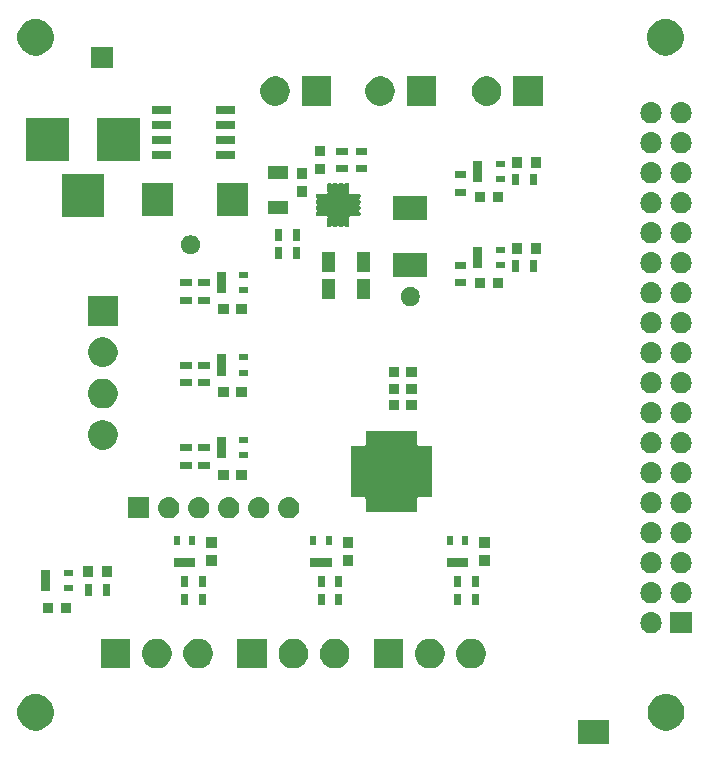
<source format=gbr>
G04 #@! TF.GenerationSoftware,KiCad,Pcbnew,(5.1.4)-1*
G04 #@! TF.CreationDate,2020-05-02T17:21:17-05:00*
G04 #@! TF.ProjectId,Audio_Optical_Trigger,41756469-6f5f-44f7-9074-6963616c5f54,rev?*
G04 #@! TF.SameCoordinates,Original*
G04 #@! TF.FileFunction,Soldermask,Top*
G04 #@! TF.FilePolarity,Negative*
%FSLAX46Y46*%
G04 Gerber Fmt 4.6, Leading zero omitted, Abs format (unit mm)*
G04 Created by KiCad (PCBNEW (5.1.4)-1) date 2020-05-02 17:21:17*
%MOMM*%
%LPD*%
G04 APERTURE LIST*
%ADD10C,0.100000*%
G04 APERTURE END LIST*
D10*
G36*
X160655000Y-130302000D02*
G01*
X157988000Y-130302000D01*
X157988000Y-128270000D01*
X160655000Y-128270000D01*
X160655000Y-130302000D01*
X160655000Y-130302000D01*
G37*
G36*
X165776585Y-126068552D02*
G01*
X165926410Y-126098354D01*
X166208674Y-126215271D01*
X166462705Y-126385009D01*
X166678741Y-126601045D01*
X166848479Y-126855076D01*
X166965396Y-127137340D01*
X167025000Y-127436990D01*
X167025000Y-127742510D01*
X166965396Y-128042160D01*
X166848479Y-128324424D01*
X166678741Y-128578455D01*
X166462705Y-128794491D01*
X166208674Y-128964229D01*
X165926410Y-129081146D01*
X165776585Y-129110948D01*
X165626761Y-129140750D01*
X165321239Y-129140750D01*
X165171415Y-129110948D01*
X165021590Y-129081146D01*
X164739326Y-128964229D01*
X164485295Y-128794491D01*
X164269259Y-128578455D01*
X164099521Y-128324424D01*
X163982604Y-128042160D01*
X163923000Y-127742510D01*
X163923000Y-127436990D01*
X163982604Y-127137340D01*
X164099521Y-126855076D01*
X164269259Y-126601045D01*
X164485295Y-126385009D01*
X164739326Y-126215271D01*
X165021590Y-126098354D01*
X165171415Y-126068552D01*
X165321239Y-126038750D01*
X165626761Y-126038750D01*
X165776585Y-126068552D01*
X165776585Y-126068552D01*
G37*
G36*
X112426585Y-126068552D02*
G01*
X112576410Y-126098354D01*
X112858674Y-126215271D01*
X113112705Y-126385009D01*
X113328741Y-126601045D01*
X113498479Y-126855076D01*
X113615396Y-127137340D01*
X113675000Y-127436990D01*
X113675000Y-127742510D01*
X113615396Y-128042160D01*
X113498479Y-128324424D01*
X113328741Y-128578455D01*
X113112705Y-128794491D01*
X112858674Y-128964229D01*
X112576410Y-129081146D01*
X112426585Y-129110948D01*
X112276761Y-129140750D01*
X111971239Y-129140750D01*
X111821415Y-129110948D01*
X111671590Y-129081146D01*
X111389326Y-128964229D01*
X111135295Y-128794491D01*
X110919259Y-128578455D01*
X110749521Y-128324424D01*
X110632604Y-128042160D01*
X110573000Y-127742510D01*
X110573000Y-127436990D01*
X110632604Y-127137340D01*
X110749521Y-126855076D01*
X110919259Y-126601045D01*
X111135295Y-126385009D01*
X111389326Y-126215271D01*
X111671590Y-126098354D01*
X111821415Y-126068552D01*
X111971239Y-126038750D01*
X112276761Y-126038750D01*
X112426585Y-126068552D01*
X112426585Y-126068552D01*
G37*
G36*
X143237000Y-123874500D02*
G01*
X140735000Y-123874500D01*
X140735000Y-121372500D01*
X143237000Y-121372500D01*
X143237000Y-123874500D01*
X143237000Y-123874500D01*
G37*
G36*
X145850903Y-121420575D02*
G01*
X146072536Y-121512378D01*
X146078571Y-121514878D01*
X146283466Y-121651785D01*
X146457715Y-121826034D01*
X146592953Y-122028431D01*
X146594623Y-122030931D01*
X146688925Y-122258597D01*
X146737000Y-122500286D01*
X146737000Y-122746714D01*
X146688925Y-122988403D01*
X146595659Y-123213569D01*
X146594622Y-123216071D01*
X146457715Y-123420966D01*
X146283466Y-123595215D01*
X146078571Y-123732122D01*
X146078570Y-123732123D01*
X146078569Y-123732123D01*
X145850903Y-123826425D01*
X145609214Y-123874500D01*
X145362786Y-123874500D01*
X145121097Y-123826425D01*
X144893431Y-123732123D01*
X144893430Y-123732123D01*
X144893429Y-123732122D01*
X144688534Y-123595215D01*
X144514285Y-123420966D01*
X144377378Y-123216071D01*
X144376342Y-123213569D01*
X144283075Y-122988403D01*
X144235000Y-122746714D01*
X144235000Y-122500286D01*
X144283075Y-122258597D01*
X144377377Y-122030931D01*
X144379047Y-122028431D01*
X144514285Y-121826034D01*
X144688534Y-121651785D01*
X144893429Y-121514878D01*
X144899465Y-121512378D01*
X145121097Y-121420575D01*
X145362786Y-121372500D01*
X145609214Y-121372500D01*
X145850903Y-121420575D01*
X145850903Y-121420575D01*
G37*
G36*
X149350903Y-121420575D02*
G01*
X149572536Y-121512378D01*
X149578571Y-121514878D01*
X149783466Y-121651785D01*
X149957715Y-121826034D01*
X150092953Y-122028431D01*
X150094623Y-122030931D01*
X150188925Y-122258597D01*
X150237000Y-122500286D01*
X150237000Y-122746714D01*
X150188925Y-122988403D01*
X150095659Y-123213569D01*
X150094622Y-123216071D01*
X149957715Y-123420966D01*
X149783466Y-123595215D01*
X149578571Y-123732122D01*
X149578570Y-123732123D01*
X149578569Y-123732123D01*
X149350903Y-123826425D01*
X149109214Y-123874500D01*
X148862786Y-123874500D01*
X148621097Y-123826425D01*
X148393431Y-123732123D01*
X148393430Y-123732123D01*
X148393429Y-123732122D01*
X148188534Y-123595215D01*
X148014285Y-123420966D01*
X147877378Y-123216071D01*
X147876342Y-123213569D01*
X147783075Y-122988403D01*
X147735000Y-122746714D01*
X147735000Y-122500286D01*
X147783075Y-122258597D01*
X147877377Y-122030931D01*
X147879047Y-122028431D01*
X148014285Y-121826034D01*
X148188534Y-121651785D01*
X148393429Y-121514878D01*
X148399465Y-121512378D01*
X148621097Y-121420575D01*
X148862786Y-121372500D01*
X149109214Y-121372500D01*
X149350903Y-121420575D01*
X149350903Y-121420575D01*
G37*
G36*
X137793903Y-121418075D02*
G01*
X138015536Y-121509878D01*
X138021571Y-121512378D01*
X138226466Y-121649285D01*
X138400715Y-121823534D01*
X138535953Y-122025931D01*
X138537623Y-122028431D01*
X138631925Y-122256097D01*
X138680000Y-122497786D01*
X138680000Y-122744214D01*
X138631925Y-122985903D01*
X138538659Y-123211069D01*
X138537622Y-123213571D01*
X138400715Y-123418466D01*
X138226466Y-123592715D01*
X138021571Y-123729622D01*
X138021570Y-123729623D01*
X138021569Y-123729623D01*
X137793903Y-123823925D01*
X137552214Y-123872000D01*
X137305786Y-123872000D01*
X137064097Y-123823925D01*
X136836431Y-123729623D01*
X136836430Y-123729623D01*
X136836429Y-123729622D01*
X136631534Y-123592715D01*
X136457285Y-123418466D01*
X136320378Y-123213571D01*
X136319342Y-123211069D01*
X136226075Y-122985903D01*
X136178000Y-122744214D01*
X136178000Y-122497786D01*
X136226075Y-122256097D01*
X136320377Y-122028431D01*
X136322047Y-122025931D01*
X136457285Y-121823534D01*
X136631534Y-121649285D01*
X136836429Y-121512378D01*
X136842465Y-121509878D01*
X137064097Y-121418075D01*
X137305786Y-121370000D01*
X137552214Y-121370000D01*
X137793903Y-121418075D01*
X137793903Y-121418075D01*
G37*
G36*
X131680000Y-123872000D02*
G01*
X129178000Y-123872000D01*
X129178000Y-121370000D01*
X131680000Y-121370000D01*
X131680000Y-123872000D01*
X131680000Y-123872000D01*
G37*
G36*
X134293903Y-121418075D02*
G01*
X134515536Y-121509878D01*
X134521571Y-121512378D01*
X134726466Y-121649285D01*
X134900715Y-121823534D01*
X135035953Y-122025931D01*
X135037623Y-122028431D01*
X135131925Y-122256097D01*
X135180000Y-122497786D01*
X135180000Y-122744214D01*
X135131925Y-122985903D01*
X135038659Y-123211069D01*
X135037622Y-123213571D01*
X134900715Y-123418466D01*
X134726466Y-123592715D01*
X134521571Y-123729622D01*
X134521570Y-123729623D01*
X134521569Y-123729623D01*
X134293903Y-123823925D01*
X134052214Y-123872000D01*
X133805786Y-123872000D01*
X133564097Y-123823925D01*
X133336431Y-123729623D01*
X133336430Y-123729623D01*
X133336429Y-123729622D01*
X133131534Y-123592715D01*
X132957285Y-123418466D01*
X132820378Y-123213571D01*
X132819342Y-123211069D01*
X132726075Y-122985903D01*
X132678000Y-122744214D01*
X132678000Y-122497786D01*
X132726075Y-122256097D01*
X132820377Y-122028431D01*
X132822047Y-122025931D01*
X132957285Y-121823534D01*
X133131534Y-121649285D01*
X133336429Y-121512378D01*
X133342465Y-121509878D01*
X133564097Y-121418075D01*
X133805786Y-121370000D01*
X134052214Y-121370000D01*
X134293903Y-121418075D01*
X134293903Y-121418075D01*
G37*
G36*
X120123000Y-123869500D02*
G01*
X117621000Y-123869500D01*
X117621000Y-121367500D01*
X120123000Y-121367500D01*
X120123000Y-123869500D01*
X120123000Y-123869500D01*
G37*
G36*
X122736903Y-121415575D02*
G01*
X122964571Y-121509878D01*
X123169466Y-121646785D01*
X123343715Y-121821034D01*
X123347056Y-121826034D01*
X123480623Y-122025931D01*
X123574925Y-122253597D01*
X123623000Y-122495286D01*
X123623000Y-122741714D01*
X123622005Y-122746714D01*
X123574925Y-122983403D01*
X123480622Y-123211071D01*
X123343715Y-123415966D01*
X123169466Y-123590215D01*
X122964571Y-123727122D01*
X122964570Y-123727123D01*
X122964569Y-123727123D01*
X122736903Y-123821425D01*
X122495214Y-123869500D01*
X122248786Y-123869500D01*
X122007097Y-123821425D01*
X121779431Y-123727123D01*
X121779430Y-123727123D01*
X121779429Y-123727122D01*
X121574534Y-123590215D01*
X121400285Y-123415966D01*
X121263378Y-123211071D01*
X121169075Y-122983403D01*
X121121995Y-122746714D01*
X121121000Y-122741714D01*
X121121000Y-122495286D01*
X121169075Y-122253597D01*
X121263377Y-122025931D01*
X121396944Y-121826034D01*
X121400285Y-121821034D01*
X121574534Y-121646785D01*
X121779429Y-121509878D01*
X122007097Y-121415575D01*
X122248786Y-121367500D01*
X122495214Y-121367500D01*
X122736903Y-121415575D01*
X122736903Y-121415575D01*
G37*
G36*
X126236903Y-121415575D02*
G01*
X126464571Y-121509878D01*
X126669466Y-121646785D01*
X126843715Y-121821034D01*
X126847056Y-121826034D01*
X126980623Y-122025931D01*
X127074925Y-122253597D01*
X127123000Y-122495286D01*
X127123000Y-122741714D01*
X127122005Y-122746714D01*
X127074925Y-122983403D01*
X126980622Y-123211071D01*
X126843715Y-123415966D01*
X126669466Y-123590215D01*
X126464571Y-123727122D01*
X126464570Y-123727123D01*
X126464569Y-123727123D01*
X126236903Y-123821425D01*
X125995214Y-123869500D01*
X125748786Y-123869500D01*
X125507097Y-123821425D01*
X125279431Y-123727123D01*
X125279430Y-123727123D01*
X125279429Y-123727122D01*
X125074534Y-123590215D01*
X124900285Y-123415966D01*
X124763378Y-123211071D01*
X124669075Y-122983403D01*
X124621995Y-122746714D01*
X124621000Y-122741714D01*
X124621000Y-122495286D01*
X124669075Y-122253597D01*
X124763377Y-122025931D01*
X124896944Y-121826034D01*
X124900285Y-121821034D01*
X125074534Y-121646785D01*
X125279429Y-121509878D01*
X125507097Y-121415575D01*
X125748786Y-121367500D01*
X125995214Y-121367500D01*
X126236903Y-121415575D01*
X126236903Y-121415575D01*
G37*
G36*
X164321443Y-119120519D02*
G01*
X164387627Y-119127037D01*
X164557466Y-119178557D01*
X164713991Y-119262222D01*
X164749729Y-119291552D01*
X164851186Y-119374814D01*
X164934448Y-119476271D01*
X164963778Y-119512009D01*
X165047443Y-119668534D01*
X165098963Y-119838373D01*
X165116359Y-120015000D01*
X165098963Y-120191627D01*
X165047443Y-120361466D01*
X164963778Y-120517991D01*
X164934448Y-120553729D01*
X164851186Y-120655186D01*
X164749729Y-120738448D01*
X164713991Y-120767778D01*
X164557466Y-120851443D01*
X164387627Y-120902963D01*
X164321442Y-120909482D01*
X164255260Y-120916000D01*
X164166740Y-120916000D01*
X164100558Y-120909482D01*
X164034373Y-120902963D01*
X163864534Y-120851443D01*
X163708009Y-120767778D01*
X163672271Y-120738448D01*
X163570814Y-120655186D01*
X163487552Y-120553729D01*
X163458222Y-120517991D01*
X163374557Y-120361466D01*
X163323037Y-120191627D01*
X163305641Y-120015000D01*
X163323037Y-119838373D01*
X163374557Y-119668534D01*
X163458222Y-119512009D01*
X163487552Y-119476271D01*
X163570814Y-119374814D01*
X163672271Y-119291552D01*
X163708009Y-119262222D01*
X163864534Y-119178557D01*
X164034373Y-119127037D01*
X164100557Y-119120519D01*
X164166740Y-119114000D01*
X164255260Y-119114000D01*
X164321443Y-119120519D01*
X164321443Y-119120519D01*
G37*
G36*
X167652000Y-120916000D02*
G01*
X165850000Y-120916000D01*
X165850000Y-119114000D01*
X167652000Y-119114000D01*
X167652000Y-120916000D01*
X167652000Y-120916000D01*
G37*
G36*
X115120000Y-119171000D02*
G01*
X114218000Y-119171000D01*
X114218000Y-118319000D01*
X115120000Y-118319000D01*
X115120000Y-119171000D01*
X115120000Y-119171000D01*
G37*
G36*
X113620000Y-119171000D02*
G01*
X112718000Y-119171000D01*
X112718000Y-118319000D01*
X113620000Y-118319000D01*
X113620000Y-119171000D01*
X113620000Y-119171000D01*
G37*
G36*
X148141000Y-118552500D02*
G01*
X147539000Y-118552500D01*
X147539000Y-117550500D01*
X148141000Y-117550500D01*
X148141000Y-118552500D01*
X148141000Y-118552500D01*
G37*
G36*
X149641000Y-118552500D02*
G01*
X149039000Y-118552500D01*
X149039000Y-117550500D01*
X149641000Y-117550500D01*
X149641000Y-118552500D01*
X149641000Y-118552500D01*
G37*
G36*
X138084000Y-118550000D02*
G01*
X137482000Y-118550000D01*
X137482000Y-117548000D01*
X138084000Y-117548000D01*
X138084000Y-118550000D01*
X138084000Y-118550000D01*
G37*
G36*
X136584000Y-118550000D02*
G01*
X135982000Y-118550000D01*
X135982000Y-117548000D01*
X136584000Y-117548000D01*
X136584000Y-118550000D01*
X136584000Y-118550000D01*
G37*
G36*
X126527000Y-118547500D02*
G01*
X125925000Y-118547500D01*
X125925000Y-117545500D01*
X126527000Y-117545500D01*
X126527000Y-118547500D01*
X126527000Y-118547500D01*
G37*
G36*
X125027000Y-118547500D02*
G01*
X124425000Y-118547500D01*
X124425000Y-117545500D01*
X125027000Y-117545500D01*
X125027000Y-118547500D01*
X125027000Y-118547500D01*
G37*
G36*
X164321443Y-116580519D02*
G01*
X164387627Y-116587037D01*
X164557466Y-116638557D01*
X164713991Y-116722222D01*
X164749729Y-116751552D01*
X164851186Y-116834814D01*
X164934448Y-116936271D01*
X164963778Y-116972009D01*
X165047443Y-117128534D01*
X165098963Y-117298373D01*
X165116359Y-117475000D01*
X165098963Y-117651627D01*
X165047443Y-117821466D01*
X164963778Y-117977991D01*
X164934448Y-118013729D01*
X164851186Y-118115186D01*
X164749729Y-118198448D01*
X164713991Y-118227778D01*
X164557466Y-118311443D01*
X164387627Y-118362963D01*
X164321442Y-118369482D01*
X164255260Y-118376000D01*
X164166740Y-118376000D01*
X164100558Y-118369482D01*
X164034373Y-118362963D01*
X163864534Y-118311443D01*
X163708009Y-118227778D01*
X163672271Y-118198448D01*
X163570814Y-118115186D01*
X163487552Y-118013729D01*
X163458222Y-117977991D01*
X163374557Y-117821466D01*
X163323037Y-117651627D01*
X163305641Y-117475000D01*
X163323037Y-117298373D01*
X163374557Y-117128534D01*
X163458222Y-116972009D01*
X163487552Y-116936271D01*
X163570814Y-116834814D01*
X163672271Y-116751552D01*
X163708009Y-116722222D01*
X163864534Y-116638557D01*
X164034373Y-116587037D01*
X164100557Y-116580519D01*
X164166740Y-116574000D01*
X164255260Y-116574000D01*
X164321443Y-116580519D01*
X164321443Y-116580519D01*
G37*
G36*
X166861443Y-116580519D02*
G01*
X166927627Y-116587037D01*
X167097466Y-116638557D01*
X167253991Y-116722222D01*
X167289729Y-116751552D01*
X167391186Y-116834814D01*
X167474448Y-116936271D01*
X167503778Y-116972009D01*
X167587443Y-117128534D01*
X167638963Y-117298373D01*
X167656359Y-117475000D01*
X167638963Y-117651627D01*
X167587443Y-117821466D01*
X167503778Y-117977991D01*
X167474448Y-118013729D01*
X167391186Y-118115186D01*
X167289729Y-118198448D01*
X167253991Y-118227778D01*
X167097466Y-118311443D01*
X166927627Y-118362963D01*
X166861442Y-118369482D01*
X166795260Y-118376000D01*
X166706740Y-118376000D01*
X166640558Y-118369482D01*
X166574373Y-118362963D01*
X166404534Y-118311443D01*
X166248009Y-118227778D01*
X166212271Y-118198448D01*
X166110814Y-118115186D01*
X166027552Y-118013729D01*
X165998222Y-117977991D01*
X165914557Y-117821466D01*
X165863037Y-117651627D01*
X165845641Y-117475000D01*
X165863037Y-117298373D01*
X165914557Y-117128534D01*
X165998222Y-116972009D01*
X166027552Y-116936271D01*
X166110814Y-116834814D01*
X166212271Y-116751552D01*
X166248009Y-116722222D01*
X166404534Y-116638557D01*
X166574373Y-116587037D01*
X166640557Y-116580519D01*
X166706740Y-116574000D01*
X166795260Y-116574000D01*
X166861443Y-116580519D01*
X166861443Y-116580519D01*
G37*
G36*
X118399000Y-117722000D02*
G01*
X117797000Y-117722000D01*
X117797000Y-116720000D01*
X118399000Y-116720000D01*
X118399000Y-117722000D01*
X118399000Y-117722000D01*
G37*
G36*
X116899000Y-117722000D02*
G01*
X116297000Y-117722000D01*
X116297000Y-116720000D01*
X116899000Y-116720000D01*
X116899000Y-117722000D01*
X116899000Y-117722000D01*
G37*
G36*
X113345000Y-117360000D02*
G01*
X112593000Y-117360000D01*
X112593000Y-115558000D01*
X113345000Y-115558000D01*
X113345000Y-117360000D01*
X113345000Y-117360000D01*
G37*
G36*
X115245000Y-117360000D02*
G01*
X114493000Y-117360000D01*
X114493000Y-116858000D01*
X115245000Y-116858000D01*
X115245000Y-117360000D01*
X115245000Y-117360000D01*
G37*
G36*
X149641000Y-117028500D02*
G01*
X149039000Y-117028500D01*
X149039000Y-116026500D01*
X149641000Y-116026500D01*
X149641000Y-117028500D01*
X149641000Y-117028500D01*
G37*
G36*
X148141000Y-117028500D02*
G01*
X147539000Y-117028500D01*
X147539000Y-116026500D01*
X148141000Y-116026500D01*
X148141000Y-117028500D01*
X148141000Y-117028500D01*
G37*
G36*
X138084000Y-117026000D02*
G01*
X137482000Y-117026000D01*
X137482000Y-116024000D01*
X138084000Y-116024000D01*
X138084000Y-117026000D01*
X138084000Y-117026000D01*
G37*
G36*
X136584000Y-117026000D02*
G01*
X135982000Y-117026000D01*
X135982000Y-116024000D01*
X136584000Y-116024000D01*
X136584000Y-117026000D01*
X136584000Y-117026000D01*
G37*
G36*
X125027000Y-117023500D02*
G01*
X124425000Y-117023500D01*
X124425000Y-116021500D01*
X125027000Y-116021500D01*
X125027000Y-117023500D01*
X125027000Y-117023500D01*
G37*
G36*
X126527000Y-117023500D02*
G01*
X125925000Y-117023500D01*
X125925000Y-116021500D01*
X126527000Y-116021500D01*
X126527000Y-117023500D01*
X126527000Y-117023500D01*
G37*
G36*
X118599000Y-116148000D02*
G01*
X117697000Y-116148000D01*
X117697000Y-115246000D01*
X118599000Y-115246000D01*
X118599000Y-116148000D01*
X118599000Y-116148000D01*
G37*
G36*
X116999000Y-116148000D02*
G01*
X116097000Y-116148000D01*
X116097000Y-115246000D01*
X116999000Y-115246000D01*
X116999000Y-116148000D01*
X116999000Y-116148000D01*
G37*
G36*
X115245000Y-116060000D02*
G01*
X114493000Y-116060000D01*
X114493000Y-115558000D01*
X115245000Y-115558000D01*
X115245000Y-116060000D01*
X115245000Y-116060000D01*
G37*
G36*
X166861442Y-114040518D02*
G01*
X166927627Y-114047037D01*
X167097466Y-114098557D01*
X167253991Y-114182222D01*
X167289729Y-114211552D01*
X167391186Y-114294814D01*
X167474448Y-114396271D01*
X167503778Y-114432009D01*
X167587443Y-114588534D01*
X167638963Y-114758373D01*
X167656359Y-114935000D01*
X167638963Y-115111627D01*
X167587443Y-115281466D01*
X167503778Y-115437991D01*
X167474448Y-115473729D01*
X167391186Y-115575186D01*
X167289729Y-115658448D01*
X167253991Y-115687778D01*
X167097466Y-115771443D01*
X166927627Y-115822963D01*
X166861443Y-115829481D01*
X166795260Y-115836000D01*
X166706740Y-115836000D01*
X166640557Y-115829481D01*
X166574373Y-115822963D01*
X166404534Y-115771443D01*
X166248009Y-115687778D01*
X166212271Y-115658448D01*
X166110814Y-115575186D01*
X166027552Y-115473729D01*
X165998222Y-115437991D01*
X165914557Y-115281466D01*
X165863037Y-115111627D01*
X165845641Y-114935000D01*
X165863037Y-114758373D01*
X165914557Y-114588534D01*
X165998222Y-114432009D01*
X166027552Y-114396271D01*
X166110814Y-114294814D01*
X166212271Y-114211552D01*
X166248009Y-114182222D01*
X166404534Y-114098557D01*
X166574373Y-114047037D01*
X166640558Y-114040518D01*
X166706740Y-114034000D01*
X166795260Y-114034000D01*
X166861442Y-114040518D01*
X166861442Y-114040518D01*
G37*
G36*
X164321442Y-114040518D02*
G01*
X164387627Y-114047037D01*
X164557466Y-114098557D01*
X164713991Y-114182222D01*
X164749729Y-114211552D01*
X164851186Y-114294814D01*
X164934448Y-114396271D01*
X164963778Y-114432009D01*
X165047443Y-114588534D01*
X165098963Y-114758373D01*
X165116359Y-114935000D01*
X165098963Y-115111627D01*
X165047443Y-115281466D01*
X164963778Y-115437991D01*
X164934448Y-115473729D01*
X164851186Y-115575186D01*
X164749729Y-115658448D01*
X164713991Y-115687778D01*
X164557466Y-115771443D01*
X164387627Y-115822963D01*
X164321443Y-115829481D01*
X164255260Y-115836000D01*
X164166740Y-115836000D01*
X164100557Y-115829481D01*
X164034373Y-115822963D01*
X163864534Y-115771443D01*
X163708009Y-115687778D01*
X163672271Y-115658448D01*
X163570814Y-115575186D01*
X163487552Y-115473729D01*
X163458222Y-115437991D01*
X163374557Y-115281466D01*
X163323037Y-115111627D01*
X163305641Y-114935000D01*
X163323037Y-114758373D01*
X163374557Y-114588534D01*
X163458222Y-114432009D01*
X163487552Y-114396271D01*
X163570814Y-114294814D01*
X163672271Y-114211552D01*
X163708009Y-114182222D01*
X163864534Y-114098557D01*
X164034373Y-114047037D01*
X164100558Y-114040518D01*
X164166740Y-114034000D01*
X164255260Y-114034000D01*
X164321442Y-114040518D01*
X164321442Y-114040518D01*
G37*
G36*
X148729000Y-115313500D02*
G01*
X146927000Y-115313500D01*
X146927000Y-114561500D01*
X148729000Y-114561500D01*
X148729000Y-115313500D01*
X148729000Y-115313500D01*
G37*
G36*
X137172000Y-115311000D02*
G01*
X135370000Y-115311000D01*
X135370000Y-114559000D01*
X137172000Y-114559000D01*
X137172000Y-115311000D01*
X137172000Y-115311000D01*
G37*
G36*
X125615000Y-115308500D02*
G01*
X123813000Y-115308500D01*
X123813000Y-114556500D01*
X125615000Y-114556500D01*
X125615000Y-115308500D01*
X125615000Y-115308500D01*
G37*
G36*
X150540000Y-115188500D02*
G01*
X149688000Y-115188500D01*
X149688000Y-114286500D01*
X150540000Y-114286500D01*
X150540000Y-115188500D01*
X150540000Y-115188500D01*
G37*
G36*
X138983000Y-115186000D02*
G01*
X138131000Y-115186000D01*
X138131000Y-114284000D01*
X138983000Y-114284000D01*
X138983000Y-115186000D01*
X138983000Y-115186000D01*
G37*
G36*
X127426000Y-115183500D02*
G01*
X126574000Y-115183500D01*
X126574000Y-114281500D01*
X127426000Y-114281500D01*
X127426000Y-115183500D01*
X127426000Y-115183500D01*
G37*
G36*
X150540000Y-113688500D02*
G01*
X149688000Y-113688500D01*
X149688000Y-112786500D01*
X150540000Y-112786500D01*
X150540000Y-113688500D01*
X150540000Y-113688500D01*
G37*
G36*
X138983000Y-113686000D02*
G01*
X138131000Y-113686000D01*
X138131000Y-112784000D01*
X138983000Y-112784000D01*
X138983000Y-113686000D01*
X138983000Y-113686000D01*
G37*
G36*
X127426000Y-113683500D02*
G01*
X126574000Y-113683500D01*
X126574000Y-112781500D01*
X127426000Y-112781500D01*
X127426000Y-113683500D01*
X127426000Y-113683500D01*
G37*
G36*
X148729000Y-113413500D02*
G01*
X148227000Y-113413500D01*
X148227000Y-112661500D01*
X148729000Y-112661500D01*
X148729000Y-113413500D01*
X148729000Y-113413500D01*
G37*
G36*
X147429000Y-113413500D02*
G01*
X146927000Y-113413500D01*
X146927000Y-112661500D01*
X147429000Y-112661500D01*
X147429000Y-113413500D01*
X147429000Y-113413500D01*
G37*
G36*
X137172000Y-113411000D02*
G01*
X136670000Y-113411000D01*
X136670000Y-112659000D01*
X137172000Y-112659000D01*
X137172000Y-113411000D01*
X137172000Y-113411000D01*
G37*
G36*
X135872000Y-113411000D02*
G01*
X135370000Y-113411000D01*
X135370000Y-112659000D01*
X135872000Y-112659000D01*
X135872000Y-113411000D01*
X135872000Y-113411000D01*
G37*
G36*
X125615000Y-113408500D02*
G01*
X125113000Y-113408500D01*
X125113000Y-112656500D01*
X125615000Y-112656500D01*
X125615000Y-113408500D01*
X125615000Y-113408500D01*
G37*
G36*
X124315000Y-113408500D02*
G01*
X123813000Y-113408500D01*
X123813000Y-112656500D01*
X124315000Y-112656500D01*
X124315000Y-113408500D01*
X124315000Y-113408500D01*
G37*
G36*
X164321443Y-111500519D02*
G01*
X164387627Y-111507037D01*
X164557466Y-111558557D01*
X164713991Y-111642222D01*
X164749729Y-111671552D01*
X164851186Y-111754814D01*
X164934448Y-111856271D01*
X164963778Y-111892009D01*
X165047443Y-112048534D01*
X165098963Y-112218373D01*
X165116359Y-112395000D01*
X165098963Y-112571627D01*
X165047443Y-112741466D01*
X164963778Y-112897991D01*
X164934448Y-112933729D01*
X164851186Y-113035186D01*
X164749729Y-113118448D01*
X164713991Y-113147778D01*
X164557466Y-113231443D01*
X164387627Y-113282963D01*
X164321443Y-113289481D01*
X164255260Y-113296000D01*
X164166740Y-113296000D01*
X164100557Y-113289481D01*
X164034373Y-113282963D01*
X163864534Y-113231443D01*
X163708009Y-113147778D01*
X163672271Y-113118448D01*
X163570814Y-113035186D01*
X163487552Y-112933729D01*
X163458222Y-112897991D01*
X163374557Y-112741466D01*
X163323037Y-112571627D01*
X163305641Y-112395000D01*
X163323037Y-112218373D01*
X163374557Y-112048534D01*
X163458222Y-111892009D01*
X163487552Y-111856271D01*
X163570814Y-111754814D01*
X163672271Y-111671552D01*
X163708009Y-111642222D01*
X163864534Y-111558557D01*
X164034373Y-111507037D01*
X164100557Y-111500519D01*
X164166740Y-111494000D01*
X164255260Y-111494000D01*
X164321443Y-111500519D01*
X164321443Y-111500519D01*
G37*
G36*
X166861443Y-111500519D02*
G01*
X166927627Y-111507037D01*
X167097466Y-111558557D01*
X167253991Y-111642222D01*
X167289729Y-111671552D01*
X167391186Y-111754814D01*
X167474448Y-111856271D01*
X167503778Y-111892009D01*
X167587443Y-112048534D01*
X167638963Y-112218373D01*
X167656359Y-112395000D01*
X167638963Y-112571627D01*
X167587443Y-112741466D01*
X167503778Y-112897991D01*
X167474448Y-112933729D01*
X167391186Y-113035186D01*
X167289729Y-113118448D01*
X167253991Y-113147778D01*
X167097466Y-113231443D01*
X166927627Y-113282963D01*
X166861443Y-113289481D01*
X166795260Y-113296000D01*
X166706740Y-113296000D01*
X166640557Y-113289481D01*
X166574373Y-113282963D01*
X166404534Y-113231443D01*
X166248009Y-113147778D01*
X166212271Y-113118448D01*
X166110814Y-113035186D01*
X166027552Y-112933729D01*
X165998222Y-112897991D01*
X165914557Y-112741466D01*
X165863037Y-112571627D01*
X165845641Y-112395000D01*
X165863037Y-112218373D01*
X165914557Y-112048534D01*
X165998222Y-111892009D01*
X166027552Y-111856271D01*
X166110814Y-111754814D01*
X166212271Y-111671552D01*
X166248009Y-111642222D01*
X166404534Y-111558557D01*
X166574373Y-111507037D01*
X166640557Y-111500519D01*
X166706740Y-111494000D01*
X166795260Y-111494000D01*
X166861443Y-111500519D01*
X166861443Y-111500519D01*
G37*
G36*
X121740500Y-111183000D02*
G01*
X119938500Y-111183000D01*
X119938500Y-109381000D01*
X121740500Y-109381000D01*
X121740500Y-111183000D01*
X121740500Y-111183000D01*
G37*
G36*
X123489943Y-109387519D02*
G01*
X123556127Y-109394037D01*
X123725966Y-109445557D01*
X123882491Y-109529222D01*
X123918229Y-109558552D01*
X124019686Y-109641814D01*
X124102948Y-109743271D01*
X124132278Y-109779009D01*
X124215943Y-109935534D01*
X124267463Y-110105373D01*
X124284859Y-110282000D01*
X124267463Y-110458627D01*
X124215943Y-110628466D01*
X124132278Y-110784991D01*
X124102948Y-110820729D01*
X124019686Y-110922186D01*
X123918229Y-111005448D01*
X123882491Y-111034778D01*
X123725966Y-111118443D01*
X123556127Y-111169963D01*
X123489942Y-111176482D01*
X123423760Y-111183000D01*
X123335240Y-111183000D01*
X123269058Y-111176482D01*
X123202873Y-111169963D01*
X123033034Y-111118443D01*
X122876509Y-111034778D01*
X122840771Y-111005448D01*
X122739314Y-110922186D01*
X122656052Y-110820729D01*
X122626722Y-110784991D01*
X122543057Y-110628466D01*
X122491537Y-110458627D01*
X122474141Y-110282000D01*
X122491537Y-110105373D01*
X122543057Y-109935534D01*
X122626722Y-109779009D01*
X122656052Y-109743271D01*
X122739314Y-109641814D01*
X122840771Y-109558552D01*
X122876509Y-109529222D01*
X123033034Y-109445557D01*
X123202873Y-109394037D01*
X123269057Y-109387519D01*
X123335240Y-109381000D01*
X123423760Y-109381000D01*
X123489943Y-109387519D01*
X123489943Y-109387519D01*
G37*
G36*
X131109943Y-109387519D02*
G01*
X131176127Y-109394037D01*
X131345966Y-109445557D01*
X131502491Y-109529222D01*
X131538229Y-109558552D01*
X131639686Y-109641814D01*
X131722948Y-109743271D01*
X131752278Y-109779009D01*
X131835943Y-109935534D01*
X131887463Y-110105373D01*
X131904859Y-110282000D01*
X131887463Y-110458627D01*
X131835943Y-110628466D01*
X131752278Y-110784991D01*
X131722948Y-110820729D01*
X131639686Y-110922186D01*
X131538229Y-111005448D01*
X131502491Y-111034778D01*
X131345966Y-111118443D01*
X131176127Y-111169963D01*
X131109942Y-111176482D01*
X131043760Y-111183000D01*
X130955240Y-111183000D01*
X130889058Y-111176482D01*
X130822873Y-111169963D01*
X130653034Y-111118443D01*
X130496509Y-111034778D01*
X130460771Y-111005448D01*
X130359314Y-110922186D01*
X130276052Y-110820729D01*
X130246722Y-110784991D01*
X130163057Y-110628466D01*
X130111537Y-110458627D01*
X130094141Y-110282000D01*
X130111537Y-110105373D01*
X130163057Y-109935534D01*
X130246722Y-109779009D01*
X130276052Y-109743271D01*
X130359314Y-109641814D01*
X130460771Y-109558552D01*
X130496509Y-109529222D01*
X130653034Y-109445557D01*
X130822873Y-109394037D01*
X130889057Y-109387519D01*
X130955240Y-109381000D01*
X131043760Y-109381000D01*
X131109943Y-109387519D01*
X131109943Y-109387519D01*
G37*
G36*
X128569943Y-109387519D02*
G01*
X128636127Y-109394037D01*
X128805966Y-109445557D01*
X128962491Y-109529222D01*
X128998229Y-109558552D01*
X129099686Y-109641814D01*
X129182948Y-109743271D01*
X129212278Y-109779009D01*
X129295943Y-109935534D01*
X129347463Y-110105373D01*
X129364859Y-110282000D01*
X129347463Y-110458627D01*
X129295943Y-110628466D01*
X129212278Y-110784991D01*
X129182948Y-110820729D01*
X129099686Y-110922186D01*
X128998229Y-111005448D01*
X128962491Y-111034778D01*
X128805966Y-111118443D01*
X128636127Y-111169963D01*
X128569942Y-111176482D01*
X128503760Y-111183000D01*
X128415240Y-111183000D01*
X128349058Y-111176482D01*
X128282873Y-111169963D01*
X128113034Y-111118443D01*
X127956509Y-111034778D01*
X127920771Y-111005448D01*
X127819314Y-110922186D01*
X127736052Y-110820729D01*
X127706722Y-110784991D01*
X127623057Y-110628466D01*
X127571537Y-110458627D01*
X127554141Y-110282000D01*
X127571537Y-110105373D01*
X127623057Y-109935534D01*
X127706722Y-109779009D01*
X127736052Y-109743271D01*
X127819314Y-109641814D01*
X127920771Y-109558552D01*
X127956509Y-109529222D01*
X128113034Y-109445557D01*
X128282873Y-109394037D01*
X128349057Y-109387519D01*
X128415240Y-109381000D01*
X128503760Y-109381000D01*
X128569943Y-109387519D01*
X128569943Y-109387519D01*
G37*
G36*
X126029943Y-109387519D02*
G01*
X126096127Y-109394037D01*
X126265966Y-109445557D01*
X126422491Y-109529222D01*
X126458229Y-109558552D01*
X126559686Y-109641814D01*
X126642948Y-109743271D01*
X126672278Y-109779009D01*
X126755943Y-109935534D01*
X126807463Y-110105373D01*
X126824859Y-110282000D01*
X126807463Y-110458627D01*
X126755943Y-110628466D01*
X126672278Y-110784991D01*
X126642948Y-110820729D01*
X126559686Y-110922186D01*
X126458229Y-111005448D01*
X126422491Y-111034778D01*
X126265966Y-111118443D01*
X126096127Y-111169963D01*
X126029942Y-111176482D01*
X125963760Y-111183000D01*
X125875240Y-111183000D01*
X125809058Y-111176482D01*
X125742873Y-111169963D01*
X125573034Y-111118443D01*
X125416509Y-111034778D01*
X125380771Y-111005448D01*
X125279314Y-110922186D01*
X125196052Y-110820729D01*
X125166722Y-110784991D01*
X125083057Y-110628466D01*
X125031537Y-110458627D01*
X125014141Y-110282000D01*
X125031537Y-110105373D01*
X125083057Y-109935534D01*
X125166722Y-109779009D01*
X125196052Y-109743271D01*
X125279314Y-109641814D01*
X125380771Y-109558552D01*
X125416509Y-109529222D01*
X125573034Y-109445557D01*
X125742873Y-109394037D01*
X125809057Y-109387519D01*
X125875240Y-109381000D01*
X125963760Y-109381000D01*
X126029943Y-109387519D01*
X126029943Y-109387519D01*
G37*
G36*
X133649943Y-109387519D02*
G01*
X133716127Y-109394037D01*
X133885966Y-109445557D01*
X134042491Y-109529222D01*
X134078229Y-109558552D01*
X134179686Y-109641814D01*
X134262948Y-109743271D01*
X134292278Y-109779009D01*
X134375943Y-109935534D01*
X134427463Y-110105373D01*
X134444859Y-110282000D01*
X134427463Y-110458627D01*
X134375943Y-110628466D01*
X134292278Y-110784991D01*
X134262948Y-110820729D01*
X134179686Y-110922186D01*
X134078229Y-111005448D01*
X134042491Y-111034778D01*
X133885966Y-111118443D01*
X133716127Y-111169963D01*
X133649942Y-111176482D01*
X133583760Y-111183000D01*
X133495240Y-111183000D01*
X133429058Y-111176482D01*
X133362873Y-111169963D01*
X133193034Y-111118443D01*
X133036509Y-111034778D01*
X133000771Y-111005448D01*
X132899314Y-110922186D01*
X132816052Y-110820729D01*
X132786722Y-110784991D01*
X132703057Y-110628466D01*
X132651537Y-110458627D01*
X132634141Y-110282000D01*
X132651537Y-110105373D01*
X132703057Y-109935534D01*
X132786722Y-109779009D01*
X132816052Y-109743271D01*
X132899314Y-109641814D01*
X133000771Y-109558552D01*
X133036509Y-109529222D01*
X133193034Y-109445557D01*
X133362873Y-109394037D01*
X133429057Y-109387519D01*
X133495240Y-109381000D01*
X133583760Y-109381000D01*
X133649943Y-109387519D01*
X133649943Y-109387519D01*
G37*
G36*
X164321443Y-108960519D02*
G01*
X164387627Y-108967037D01*
X164557466Y-109018557D01*
X164713991Y-109102222D01*
X164749729Y-109131552D01*
X164851186Y-109214814D01*
X164934448Y-109316271D01*
X164963778Y-109352009D01*
X165047443Y-109508534D01*
X165098963Y-109678373D01*
X165116359Y-109855000D01*
X165098963Y-110031627D01*
X165047443Y-110201466D01*
X164963778Y-110357991D01*
X164934448Y-110393729D01*
X164851186Y-110495186D01*
X164749729Y-110578448D01*
X164713991Y-110607778D01*
X164557466Y-110691443D01*
X164387627Y-110742963D01*
X164321442Y-110749482D01*
X164255260Y-110756000D01*
X164166740Y-110756000D01*
X164100558Y-110749482D01*
X164034373Y-110742963D01*
X163864534Y-110691443D01*
X163708009Y-110607778D01*
X163672271Y-110578448D01*
X163570814Y-110495186D01*
X163487552Y-110393729D01*
X163458222Y-110357991D01*
X163374557Y-110201466D01*
X163323037Y-110031627D01*
X163305641Y-109855000D01*
X163323037Y-109678373D01*
X163374557Y-109508534D01*
X163458222Y-109352009D01*
X163487552Y-109316271D01*
X163570814Y-109214814D01*
X163672271Y-109131552D01*
X163708009Y-109102222D01*
X163864534Y-109018557D01*
X164034373Y-108967037D01*
X164100557Y-108960519D01*
X164166740Y-108954000D01*
X164255260Y-108954000D01*
X164321443Y-108960519D01*
X164321443Y-108960519D01*
G37*
G36*
X166861443Y-108960519D02*
G01*
X166927627Y-108967037D01*
X167097466Y-109018557D01*
X167253991Y-109102222D01*
X167289729Y-109131552D01*
X167391186Y-109214814D01*
X167474448Y-109316271D01*
X167503778Y-109352009D01*
X167587443Y-109508534D01*
X167638963Y-109678373D01*
X167656359Y-109855000D01*
X167638963Y-110031627D01*
X167587443Y-110201466D01*
X167503778Y-110357991D01*
X167474448Y-110393729D01*
X167391186Y-110495186D01*
X167289729Y-110578448D01*
X167253991Y-110607778D01*
X167097466Y-110691443D01*
X166927627Y-110742963D01*
X166861442Y-110749482D01*
X166795260Y-110756000D01*
X166706740Y-110756000D01*
X166640558Y-110749482D01*
X166574373Y-110742963D01*
X166404534Y-110691443D01*
X166248009Y-110607778D01*
X166212271Y-110578448D01*
X166110814Y-110495186D01*
X166027552Y-110393729D01*
X165998222Y-110357991D01*
X165914557Y-110201466D01*
X165863037Y-110031627D01*
X165845641Y-109855000D01*
X165863037Y-109678373D01*
X165914557Y-109508534D01*
X165998222Y-109352009D01*
X166027552Y-109316271D01*
X166110814Y-109214814D01*
X166212271Y-109131552D01*
X166248009Y-109102222D01*
X166404534Y-109018557D01*
X166574373Y-108967037D01*
X166640557Y-108960519D01*
X166706740Y-108954000D01*
X166795260Y-108954000D01*
X166861443Y-108960519D01*
X166861443Y-108960519D01*
G37*
G36*
X144418000Y-104901001D02*
G01*
X144420402Y-104925387D01*
X144427515Y-104948836D01*
X144439066Y-104970447D01*
X144454611Y-104989389D01*
X144473553Y-105004934D01*
X144495164Y-105016485D01*
X144518613Y-105023598D01*
X144542999Y-105026000D01*
X145633000Y-105026000D01*
X145633000Y-109398000D01*
X144542999Y-109398000D01*
X144518613Y-109400402D01*
X144495164Y-109407515D01*
X144473553Y-109419066D01*
X144454611Y-109434611D01*
X144439066Y-109453553D01*
X144427515Y-109475164D01*
X144420402Y-109498613D01*
X144418000Y-109522999D01*
X144418000Y-110613000D01*
X140046000Y-110613000D01*
X140046000Y-109522999D01*
X140043598Y-109498613D01*
X140036485Y-109475164D01*
X140024934Y-109453553D01*
X140009389Y-109434611D01*
X139990447Y-109419066D01*
X139968836Y-109407515D01*
X139945387Y-109400402D01*
X139921001Y-109398000D01*
X138831000Y-109398000D01*
X138831000Y-105026000D01*
X139921001Y-105026000D01*
X139945387Y-105023598D01*
X139968836Y-105016485D01*
X139990447Y-105004934D01*
X140009389Y-104989389D01*
X140024934Y-104970447D01*
X140036485Y-104948836D01*
X140043598Y-104925387D01*
X140046000Y-104901001D01*
X140046000Y-103811000D01*
X144418000Y-103811000D01*
X144418000Y-104901001D01*
X144418000Y-104901001D01*
G37*
G36*
X166861443Y-106420519D02*
G01*
X166927627Y-106427037D01*
X167097466Y-106478557D01*
X167253991Y-106562222D01*
X167289729Y-106591552D01*
X167391186Y-106674814D01*
X167474448Y-106776271D01*
X167503778Y-106812009D01*
X167587443Y-106968534D01*
X167638963Y-107138373D01*
X167656359Y-107315000D01*
X167638963Y-107491627D01*
X167587443Y-107661466D01*
X167503778Y-107817991D01*
X167474448Y-107853729D01*
X167391186Y-107955186D01*
X167289729Y-108038448D01*
X167253991Y-108067778D01*
X167097466Y-108151443D01*
X166927627Y-108202963D01*
X166861443Y-108209481D01*
X166795260Y-108216000D01*
X166706740Y-108216000D01*
X166640557Y-108209481D01*
X166574373Y-108202963D01*
X166404534Y-108151443D01*
X166248009Y-108067778D01*
X166212271Y-108038448D01*
X166110814Y-107955186D01*
X166027552Y-107853729D01*
X165998222Y-107817991D01*
X165914557Y-107661466D01*
X165863037Y-107491627D01*
X165845641Y-107315000D01*
X165863037Y-107138373D01*
X165914557Y-106968534D01*
X165998222Y-106812009D01*
X166027552Y-106776271D01*
X166110814Y-106674814D01*
X166212271Y-106591552D01*
X166248009Y-106562222D01*
X166404534Y-106478557D01*
X166574373Y-106427037D01*
X166640557Y-106420519D01*
X166706740Y-106414000D01*
X166795260Y-106414000D01*
X166861443Y-106420519D01*
X166861443Y-106420519D01*
G37*
G36*
X164321443Y-106420519D02*
G01*
X164387627Y-106427037D01*
X164557466Y-106478557D01*
X164713991Y-106562222D01*
X164749729Y-106591552D01*
X164851186Y-106674814D01*
X164934448Y-106776271D01*
X164963778Y-106812009D01*
X165047443Y-106968534D01*
X165098963Y-107138373D01*
X165116359Y-107315000D01*
X165098963Y-107491627D01*
X165047443Y-107661466D01*
X164963778Y-107817991D01*
X164934448Y-107853729D01*
X164851186Y-107955186D01*
X164749729Y-108038448D01*
X164713991Y-108067778D01*
X164557466Y-108151443D01*
X164387627Y-108202963D01*
X164321443Y-108209481D01*
X164255260Y-108216000D01*
X164166740Y-108216000D01*
X164100557Y-108209481D01*
X164034373Y-108202963D01*
X163864534Y-108151443D01*
X163708009Y-108067778D01*
X163672271Y-108038448D01*
X163570814Y-107955186D01*
X163487552Y-107853729D01*
X163458222Y-107817991D01*
X163374557Y-107661466D01*
X163323037Y-107491627D01*
X163305641Y-107315000D01*
X163323037Y-107138373D01*
X163374557Y-106968534D01*
X163458222Y-106812009D01*
X163487552Y-106776271D01*
X163570814Y-106674814D01*
X163672271Y-106591552D01*
X163708009Y-106562222D01*
X163864534Y-106478557D01*
X164034373Y-106427037D01*
X164100557Y-106420519D01*
X164166740Y-106414000D01*
X164255260Y-106414000D01*
X164321443Y-106420519D01*
X164321443Y-106420519D01*
G37*
G36*
X129979000Y-107898000D02*
G01*
X129077000Y-107898000D01*
X129077000Y-107046000D01*
X129979000Y-107046000D01*
X129979000Y-107898000D01*
X129979000Y-107898000D01*
G37*
G36*
X128479000Y-107898000D02*
G01*
X127577000Y-107898000D01*
X127577000Y-107046000D01*
X128479000Y-107046000D01*
X128479000Y-107898000D01*
X128479000Y-107898000D01*
G37*
G36*
X126866000Y-106999000D02*
G01*
X125864000Y-106999000D01*
X125864000Y-106397000D01*
X126866000Y-106397000D01*
X126866000Y-106999000D01*
X126866000Y-106999000D01*
G37*
G36*
X125342000Y-106999000D02*
G01*
X124340000Y-106999000D01*
X124340000Y-106397000D01*
X125342000Y-106397000D01*
X125342000Y-106999000D01*
X125342000Y-106999000D01*
G37*
G36*
X130104000Y-106087000D02*
G01*
X129352000Y-106087000D01*
X129352000Y-105585000D01*
X130104000Y-105585000D01*
X130104000Y-106087000D01*
X130104000Y-106087000D01*
G37*
G36*
X128204000Y-106087000D02*
G01*
X127452000Y-106087000D01*
X127452000Y-104285000D01*
X128204000Y-104285000D01*
X128204000Y-106087000D01*
X128204000Y-106087000D01*
G37*
G36*
X164321443Y-103880519D02*
G01*
X164387627Y-103887037D01*
X164557466Y-103938557D01*
X164713991Y-104022222D01*
X164749729Y-104051552D01*
X164851186Y-104134814D01*
X164922911Y-104222213D01*
X164963778Y-104272009D01*
X165047443Y-104428534D01*
X165098963Y-104598373D01*
X165116359Y-104775000D01*
X165098963Y-104951627D01*
X165047443Y-105121466D01*
X164963778Y-105277991D01*
X164944136Y-105301925D01*
X164851186Y-105415186D01*
X164750275Y-105498000D01*
X164713991Y-105527778D01*
X164557466Y-105611443D01*
X164387627Y-105662963D01*
X164321443Y-105669481D01*
X164255260Y-105676000D01*
X164166740Y-105676000D01*
X164100557Y-105669481D01*
X164034373Y-105662963D01*
X163864534Y-105611443D01*
X163708009Y-105527778D01*
X163671725Y-105498000D01*
X163570814Y-105415186D01*
X163477864Y-105301925D01*
X163458222Y-105277991D01*
X163374557Y-105121466D01*
X163323037Y-104951627D01*
X163305641Y-104775000D01*
X163323037Y-104598373D01*
X163374557Y-104428534D01*
X163458222Y-104272009D01*
X163499089Y-104222213D01*
X163570814Y-104134814D01*
X163672271Y-104051552D01*
X163708009Y-104022222D01*
X163864534Y-103938557D01*
X164034373Y-103887037D01*
X164100557Y-103880519D01*
X164166740Y-103874000D01*
X164255260Y-103874000D01*
X164321443Y-103880519D01*
X164321443Y-103880519D01*
G37*
G36*
X166861443Y-103880519D02*
G01*
X166927627Y-103887037D01*
X167097466Y-103938557D01*
X167253991Y-104022222D01*
X167289729Y-104051552D01*
X167391186Y-104134814D01*
X167462911Y-104222213D01*
X167503778Y-104272009D01*
X167587443Y-104428534D01*
X167638963Y-104598373D01*
X167656359Y-104775000D01*
X167638963Y-104951627D01*
X167587443Y-105121466D01*
X167503778Y-105277991D01*
X167484136Y-105301925D01*
X167391186Y-105415186D01*
X167290275Y-105498000D01*
X167253991Y-105527778D01*
X167097466Y-105611443D01*
X166927627Y-105662963D01*
X166861443Y-105669481D01*
X166795260Y-105676000D01*
X166706740Y-105676000D01*
X166640557Y-105669481D01*
X166574373Y-105662963D01*
X166404534Y-105611443D01*
X166248009Y-105527778D01*
X166211725Y-105498000D01*
X166110814Y-105415186D01*
X166017864Y-105301925D01*
X165998222Y-105277991D01*
X165914557Y-105121466D01*
X165863037Y-104951627D01*
X165845641Y-104775000D01*
X165863037Y-104598373D01*
X165914557Y-104428534D01*
X165998222Y-104272009D01*
X166039089Y-104222213D01*
X166110814Y-104134814D01*
X166212271Y-104051552D01*
X166248009Y-104022222D01*
X166404534Y-103938557D01*
X166574373Y-103887037D01*
X166640557Y-103880519D01*
X166706740Y-103874000D01*
X166795260Y-103874000D01*
X166861443Y-103880519D01*
X166861443Y-103880519D01*
G37*
G36*
X125342000Y-105499000D02*
G01*
X124340000Y-105499000D01*
X124340000Y-104897000D01*
X125342000Y-104897000D01*
X125342000Y-105499000D01*
X125342000Y-105499000D01*
G37*
G36*
X126866000Y-105499000D02*
G01*
X125864000Y-105499000D01*
X125864000Y-104897000D01*
X126866000Y-104897000D01*
X126866000Y-105499000D01*
X126866000Y-105499000D01*
G37*
G36*
X118157403Y-102896075D02*
G01*
X118378797Y-102987779D01*
X118385071Y-102990378D01*
X118589966Y-103127285D01*
X118764215Y-103301534D01*
X118901122Y-103506429D01*
X118995425Y-103734097D01*
X119043500Y-103975787D01*
X119043500Y-104222213D01*
X118995425Y-104463903D01*
X118901122Y-104691571D01*
X118764215Y-104896466D01*
X118589966Y-105070715D01*
X118385071Y-105207622D01*
X118385070Y-105207623D01*
X118385069Y-105207623D01*
X118157403Y-105301925D01*
X117915714Y-105350000D01*
X117669286Y-105350000D01*
X117427597Y-105301925D01*
X117199931Y-105207623D01*
X117199930Y-105207623D01*
X117199929Y-105207622D01*
X116995034Y-105070715D01*
X116820785Y-104896466D01*
X116683878Y-104691571D01*
X116589575Y-104463903D01*
X116541500Y-104222213D01*
X116541500Y-103975787D01*
X116589575Y-103734097D01*
X116683878Y-103506429D01*
X116820785Y-103301534D01*
X116995034Y-103127285D01*
X117199929Y-102990378D01*
X117206204Y-102987779D01*
X117427597Y-102896075D01*
X117669286Y-102848000D01*
X117915714Y-102848000D01*
X118157403Y-102896075D01*
X118157403Y-102896075D01*
G37*
G36*
X130104000Y-104787000D02*
G01*
X129352000Y-104787000D01*
X129352000Y-104285000D01*
X130104000Y-104285000D01*
X130104000Y-104787000D01*
X130104000Y-104787000D01*
G37*
G36*
X164321442Y-101340518D02*
G01*
X164387627Y-101347037D01*
X164557466Y-101398557D01*
X164713991Y-101482222D01*
X164749729Y-101511552D01*
X164851186Y-101594814D01*
X164934448Y-101696271D01*
X164963778Y-101732009D01*
X165047443Y-101888534D01*
X165098963Y-102058373D01*
X165116359Y-102235000D01*
X165098963Y-102411627D01*
X165047443Y-102581466D01*
X164963778Y-102737991D01*
X164934448Y-102773729D01*
X164851186Y-102875186D01*
X164749729Y-102958448D01*
X164713991Y-102987778D01*
X164557466Y-103071443D01*
X164387627Y-103122963D01*
X164343754Y-103127284D01*
X164255260Y-103136000D01*
X164166740Y-103136000D01*
X164078246Y-103127284D01*
X164034373Y-103122963D01*
X163864534Y-103071443D01*
X163708009Y-102987778D01*
X163672271Y-102958448D01*
X163570814Y-102875186D01*
X163487552Y-102773729D01*
X163458222Y-102737991D01*
X163374557Y-102581466D01*
X163323037Y-102411627D01*
X163305641Y-102235000D01*
X163323037Y-102058373D01*
X163374557Y-101888534D01*
X163458222Y-101732009D01*
X163487552Y-101696271D01*
X163570814Y-101594814D01*
X163672271Y-101511552D01*
X163708009Y-101482222D01*
X163864534Y-101398557D01*
X164034373Y-101347037D01*
X164100558Y-101340518D01*
X164166740Y-101334000D01*
X164255260Y-101334000D01*
X164321442Y-101340518D01*
X164321442Y-101340518D01*
G37*
G36*
X166861442Y-101340518D02*
G01*
X166927627Y-101347037D01*
X167097466Y-101398557D01*
X167253991Y-101482222D01*
X167289729Y-101511552D01*
X167391186Y-101594814D01*
X167474448Y-101696271D01*
X167503778Y-101732009D01*
X167587443Y-101888534D01*
X167638963Y-102058373D01*
X167656359Y-102235000D01*
X167638963Y-102411627D01*
X167587443Y-102581466D01*
X167503778Y-102737991D01*
X167474448Y-102773729D01*
X167391186Y-102875186D01*
X167289729Y-102958448D01*
X167253991Y-102987778D01*
X167097466Y-103071443D01*
X166927627Y-103122963D01*
X166883754Y-103127284D01*
X166795260Y-103136000D01*
X166706740Y-103136000D01*
X166618246Y-103127284D01*
X166574373Y-103122963D01*
X166404534Y-103071443D01*
X166248009Y-102987778D01*
X166212271Y-102958448D01*
X166110814Y-102875186D01*
X166027552Y-102773729D01*
X165998222Y-102737991D01*
X165914557Y-102581466D01*
X165863037Y-102411627D01*
X165845641Y-102235000D01*
X165863037Y-102058373D01*
X165914557Y-101888534D01*
X165998222Y-101732009D01*
X166027552Y-101696271D01*
X166110814Y-101594814D01*
X166212271Y-101511552D01*
X166248009Y-101482222D01*
X166404534Y-101398557D01*
X166574373Y-101347037D01*
X166640558Y-101340518D01*
X166706740Y-101334000D01*
X166795260Y-101334000D01*
X166861442Y-101340518D01*
X166861442Y-101340518D01*
G37*
G36*
X142893500Y-102026000D02*
G01*
X141991500Y-102026000D01*
X141991500Y-101174000D01*
X142893500Y-101174000D01*
X142893500Y-102026000D01*
X142893500Y-102026000D01*
G37*
G36*
X144393500Y-102026000D02*
G01*
X143491500Y-102026000D01*
X143491500Y-101174000D01*
X144393500Y-101174000D01*
X144393500Y-102026000D01*
X144393500Y-102026000D01*
G37*
G36*
X118157403Y-99396075D02*
G01*
X118385071Y-99490378D01*
X118589966Y-99627285D01*
X118764215Y-99801534D01*
X118901122Y-100006429D01*
X118995425Y-100234097D01*
X119043500Y-100475787D01*
X119043500Y-100722213D01*
X118995425Y-100963903D01*
X118901122Y-101191571D01*
X118764215Y-101396466D01*
X118589966Y-101570715D01*
X118385071Y-101707622D01*
X118385070Y-101707623D01*
X118385069Y-101707623D01*
X118157403Y-101801925D01*
X117915714Y-101850000D01*
X117669286Y-101850000D01*
X117427597Y-101801925D01*
X117199931Y-101707623D01*
X117199930Y-101707623D01*
X117199929Y-101707622D01*
X116995034Y-101570715D01*
X116820785Y-101396466D01*
X116683878Y-101191571D01*
X116589575Y-100963903D01*
X116541500Y-100722213D01*
X116541500Y-100475787D01*
X116589575Y-100234097D01*
X116683878Y-100006429D01*
X116820785Y-99801534D01*
X116995034Y-99627285D01*
X117199929Y-99490378D01*
X117427597Y-99396075D01*
X117669286Y-99348000D01*
X117915714Y-99348000D01*
X118157403Y-99396075D01*
X118157403Y-99396075D01*
G37*
G36*
X128479000Y-100898000D02*
G01*
X127577000Y-100898000D01*
X127577000Y-100046000D01*
X128479000Y-100046000D01*
X128479000Y-100898000D01*
X128479000Y-100898000D01*
G37*
G36*
X129979000Y-100898000D02*
G01*
X129077000Y-100898000D01*
X129077000Y-100046000D01*
X129979000Y-100046000D01*
X129979000Y-100898000D01*
X129979000Y-100898000D01*
G37*
G36*
X144393500Y-100629000D02*
G01*
X143491500Y-100629000D01*
X143491500Y-99777000D01*
X144393500Y-99777000D01*
X144393500Y-100629000D01*
X144393500Y-100629000D01*
G37*
G36*
X142893500Y-100629000D02*
G01*
X141991500Y-100629000D01*
X141991500Y-99777000D01*
X142893500Y-99777000D01*
X142893500Y-100629000D01*
X142893500Y-100629000D01*
G37*
G36*
X164321443Y-98800519D02*
G01*
X164387627Y-98807037D01*
X164557466Y-98858557D01*
X164713991Y-98942222D01*
X164749729Y-98971552D01*
X164851186Y-99054814D01*
X164934448Y-99156271D01*
X164963778Y-99192009D01*
X165047443Y-99348534D01*
X165098963Y-99518373D01*
X165116359Y-99695000D01*
X165098963Y-99871627D01*
X165047443Y-100041466D01*
X164963778Y-100197991D01*
X164934448Y-100233729D01*
X164851186Y-100335186D01*
X164749729Y-100418448D01*
X164713991Y-100447778D01*
X164557466Y-100531443D01*
X164387627Y-100582963D01*
X164321443Y-100589481D01*
X164255260Y-100596000D01*
X164166740Y-100596000D01*
X164100557Y-100589481D01*
X164034373Y-100582963D01*
X163864534Y-100531443D01*
X163708009Y-100447778D01*
X163672271Y-100418448D01*
X163570814Y-100335186D01*
X163487552Y-100233729D01*
X163458222Y-100197991D01*
X163374557Y-100041466D01*
X163323037Y-99871627D01*
X163305641Y-99695000D01*
X163323037Y-99518373D01*
X163374557Y-99348534D01*
X163458222Y-99192009D01*
X163487552Y-99156271D01*
X163570814Y-99054814D01*
X163672271Y-98971552D01*
X163708009Y-98942222D01*
X163864534Y-98858557D01*
X164034373Y-98807037D01*
X164100557Y-98800519D01*
X164166740Y-98794000D01*
X164255260Y-98794000D01*
X164321443Y-98800519D01*
X164321443Y-98800519D01*
G37*
G36*
X166861443Y-98800519D02*
G01*
X166927627Y-98807037D01*
X167097466Y-98858557D01*
X167253991Y-98942222D01*
X167289729Y-98971552D01*
X167391186Y-99054814D01*
X167474448Y-99156271D01*
X167503778Y-99192009D01*
X167587443Y-99348534D01*
X167638963Y-99518373D01*
X167656359Y-99695000D01*
X167638963Y-99871627D01*
X167587443Y-100041466D01*
X167503778Y-100197991D01*
X167474448Y-100233729D01*
X167391186Y-100335186D01*
X167289729Y-100418448D01*
X167253991Y-100447778D01*
X167097466Y-100531443D01*
X166927627Y-100582963D01*
X166861443Y-100589481D01*
X166795260Y-100596000D01*
X166706740Y-100596000D01*
X166640557Y-100589481D01*
X166574373Y-100582963D01*
X166404534Y-100531443D01*
X166248009Y-100447778D01*
X166212271Y-100418448D01*
X166110814Y-100335186D01*
X166027552Y-100233729D01*
X165998222Y-100197991D01*
X165914557Y-100041466D01*
X165863037Y-99871627D01*
X165845641Y-99695000D01*
X165863037Y-99518373D01*
X165914557Y-99348534D01*
X165998222Y-99192009D01*
X166027552Y-99156271D01*
X166110814Y-99054814D01*
X166212271Y-98971552D01*
X166248009Y-98942222D01*
X166404534Y-98858557D01*
X166574373Y-98807037D01*
X166640557Y-98800519D01*
X166706740Y-98794000D01*
X166795260Y-98794000D01*
X166861443Y-98800519D01*
X166861443Y-98800519D01*
G37*
G36*
X126866000Y-99999000D02*
G01*
X125864000Y-99999000D01*
X125864000Y-99397000D01*
X126866000Y-99397000D01*
X126866000Y-99999000D01*
X126866000Y-99999000D01*
G37*
G36*
X125342000Y-99999000D02*
G01*
X124340000Y-99999000D01*
X124340000Y-99397000D01*
X125342000Y-99397000D01*
X125342000Y-99999000D01*
X125342000Y-99999000D01*
G37*
G36*
X144393500Y-99232000D02*
G01*
X143491500Y-99232000D01*
X143491500Y-98380000D01*
X144393500Y-98380000D01*
X144393500Y-99232000D01*
X144393500Y-99232000D01*
G37*
G36*
X142893500Y-99232000D02*
G01*
X141991500Y-99232000D01*
X141991500Y-98380000D01*
X142893500Y-98380000D01*
X142893500Y-99232000D01*
X142893500Y-99232000D01*
G37*
G36*
X128204000Y-99087000D02*
G01*
X127452000Y-99087000D01*
X127452000Y-97285000D01*
X128204000Y-97285000D01*
X128204000Y-99087000D01*
X128204000Y-99087000D01*
G37*
G36*
X130104000Y-99087000D02*
G01*
X129352000Y-99087000D01*
X129352000Y-98585000D01*
X130104000Y-98585000D01*
X130104000Y-99087000D01*
X130104000Y-99087000D01*
G37*
G36*
X125342000Y-98499000D02*
G01*
X124340000Y-98499000D01*
X124340000Y-97897000D01*
X125342000Y-97897000D01*
X125342000Y-98499000D01*
X125342000Y-98499000D01*
G37*
G36*
X126866000Y-98499000D02*
G01*
X125864000Y-98499000D01*
X125864000Y-97897000D01*
X126866000Y-97897000D01*
X126866000Y-98499000D01*
X126866000Y-98499000D01*
G37*
G36*
X118157403Y-95896075D02*
G01*
X118385071Y-95990378D01*
X118589966Y-96127285D01*
X118764215Y-96301534D01*
X118901122Y-96506429D01*
X118995425Y-96734097D01*
X119043500Y-96975787D01*
X119043500Y-97222213D01*
X118995425Y-97463903D01*
X118901122Y-97691571D01*
X118764215Y-97896466D01*
X118589966Y-98070715D01*
X118385071Y-98207622D01*
X118385070Y-98207623D01*
X118385069Y-98207623D01*
X118157403Y-98301925D01*
X117915714Y-98350000D01*
X117669286Y-98350000D01*
X117427597Y-98301925D01*
X117199931Y-98207623D01*
X117199930Y-98207623D01*
X117199929Y-98207622D01*
X116995034Y-98070715D01*
X116820785Y-97896466D01*
X116683878Y-97691571D01*
X116589575Y-97463903D01*
X116541500Y-97222213D01*
X116541500Y-96975787D01*
X116589575Y-96734097D01*
X116683878Y-96506429D01*
X116820785Y-96301534D01*
X116995034Y-96127285D01*
X117199929Y-95990378D01*
X117427597Y-95896075D01*
X117669286Y-95848000D01*
X117915714Y-95848000D01*
X118157403Y-95896075D01*
X118157403Y-95896075D01*
G37*
G36*
X166861442Y-96260518D02*
G01*
X166927627Y-96267037D01*
X167097466Y-96318557D01*
X167253991Y-96402222D01*
X167289729Y-96431552D01*
X167391186Y-96514814D01*
X167474448Y-96616271D01*
X167503778Y-96652009D01*
X167587443Y-96808534D01*
X167638963Y-96978373D01*
X167656359Y-97155000D01*
X167638963Y-97331627D01*
X167587443Y-97501466D01*
X167503778Y-97657991D01*
X167476221Y-97691569D01*
X167391186Y-97795186D01*
X167289729Y-97878448D01*
X167253991Y-97907778D01*
X167097466Y-97991443D01*
X166927627Y-98042963D01*
X166861443Y-98049481D01*
X166795260Y-98056000D01*
X166706740Y-98056000D01*
X166640557Y-98049481D01*
X166574373Y-98042963D01*
X166404534Y-97991443D01*
X166248009Y-97907778D01*
X166212271Y-97878448D01*
X166110814Y-97795186D01*
X166025779Y-97691569D01*
X165998222Y-97657991D01*
X165914557Y-97501466D01*
X165863037Y-97331627D01*
X165845641Y-97155000D01*
X165863037Y-96978373D01*
X165914557Y-96808534D01*
X165998222Y-96652009D01*
X166027552Y-96616271D01*
X166110814Y-96514814D01*
X166212271Y-96431552D01*
X166248009Y-96402222D01*
X166404534Y-96318557D01*
X166574373Y-96267037D01*
X166640558Y-96260518D01*
X166706740Y-96254000D01*
X166795260Y-96254000D01*
X166861442Y-96260518D01*
X166861442Y-96260518D01*
G37*
G36*
X164321442Y-96260518D02*
G01*
X164387627Y-96267037D01*
X164557466Y-96318557D01*
X164713991Y-96402222D01*
X164749729Y-96431552D01*
X164851186Y-96514814D01*
X164934448Y-96616271D01*
X164963778Y-96652009D01*
X165047443Y-96808534D01*
X165098963Y-96978373D01*
X165116359Y-97155000D01*
X165098963Y-97331627D01*
X165047443Y-97501466D01*
X164963778Y-97657991D01*
X164936221Y-97691569D01*
X164851186Y-97795186D01*
X164749729Y-97878448D01*
X164713991Y-97907778D01*
X164557466Y-97991443D01*
X164387627Y-98042963D01*
X164321443Y-98049481D01*
X164255260Y-98056000D01*
X164166740Y-98056000D01*
X164100557Y-98049481D01*
X164034373Y-98042963D01*
X163864534Y-97991443D01*
X163708009Y-97907778D01*
X163672271Y-97878448D01*
X163570814Y-97795186D01*
X163485779Y-97691569D01*
X163458222Y-97657991D01*
X163374557Y-97501466D01*
X163323037Y-97331627D01*
X163305641Y-97155000D01*
X163323037Y-96978373D01*
X163374557Y-96808534D01*
X163458222Y-96652009D01*
X163487552Y-96616271D01*
X163570814Y-96514814D01*
X163672271Y-96431552D01*
X163708009Y-96402222D01*
X163864534Y-96318557D01*
X164034373Y-96267037D01*
X164100558Y-96260518D01*
X164166740Y-96254000D01*
X164255260Y-96254000D01*
X164321442Y-96260518D01*
X164321442Y-96260518D01*
G37*
G36*
X130104000Y-97787000D02*
G01*
X129352000Y-97787000D01*
X129352000Y-97285000D01*
X130104000Y-97285000D01*
X130104000Y-97787000D01*
X130104000Y-97787000D01*
G37*
G36*
X166861443Y-93720519D02*
G01*
X166927627Y-93727037D01*
X167097466Y-93778557D01*
X167253991Y-93862222D01*
X167289729Y-93891552D01*
X167391186Y-93974814D01*
X167474448Y-94076271D01*
X167503778Y-94112009D01*
X167587443Y-94268534D01*
X167638963Y-94438373D01*
X167656359Y-94615000D01*
X167638963Y-94791627D01*
X167587443Y-94961466D01*
X167503778Y-95117991D01*
X167474448Y-95153729D01*
X167391186Y-95255186D01*
X167289729Y-95338448D01*
X167253991Y-95367778D01*
X167097466Y-95451443D01*
X166927627Y-95502963D01*
X166861443Y-95509481D01*
X166795260Y-95516000D01*
X166706740Y-95516000D01*
X166640557Y-95509481D01*
X166574373Y-95502963D01*
X166404534Y-95451443D01*
X166248009Y-95367778D01*
X166212271Y-95338448D01*
X166110814Y-95255186D01*
X166027552Y-95153729D01*
X165998222Y-95117991D01*
X165914557Y-94961466D01*
X165863037Y-94791627D01*
X165845641Y-94615000D01*
X165863037Y-94438373D01*
X165914557Y-94268534D01*
X165998222Y-94112009D01*
X166027552Y-94076271D01*
X166110814Y-93974814D01*
X166212271Y-93891552D01*
X166248009Y-93862222D01*
X166404534Y-93778557D01*
X166574373Y-93727037D01*
X166640558Y-93720518D01*
X166706740Y-93714000D01*
X166795260Y-93714000D01*
X166861443Y-93720519D01*
X166861443Y-93720519D01*
G37*
G36*
X164321443Y-93720519D02*
G01*
X164387627Y-93727037D01*
X164557466Y-93778557D01*
X164713991Y-93862222D01*
X164749729Y-93891552D01*
X164851186Y-93974814D01*
X164934448Y-94076271D01*
X164963778Y-94112009D01*
X165047443Y-94268534D01*
X165098963Y-94438373D01*
X165116359Y-94615000D01*
X165098963Y-94791627D01*
X165047443Y-94961466D01*
X164963778Y-95117991D01*
X164934448Y-95153729D01*
X164851186Y-95255186D01*
X164749729Y-95338448D01*
X164713991Y-95367778D01*
X164557466Y-95451443D01*
X164387627Y-95502963D01*
X164321443Y-95509481D01*
X164255260Y-95516000D01*
X164166740Y-95516000D01*
X164100557Y-95509481D01*
X164034373Y-95502963D01*
X163864534Y-95451443D01*
X163708009Y-95367778D01*
X163672271Y-95338448D01*
X163570814Y-95255186D01*
X163487552Y-95153729D01*
X163458222Y-95117991D01*
X163374557Y-94961466D01*
X163323037Y-94791627D01*
X163305641Y-94615000D01*
X163323037Y-94438373D01*
X163374557Y-94268534D01*
X163458222Y-94112009D01*
X163487552Y-94076271D01*
X163570814Y-93974814D01*
X163672271Y-93891552D01*
X163708009Y-93862222D01*
X163864534Y-93778557D01*
X164034373Y-93727037D01*
X164100558Y-93720518D01*
X164166740Y-93714000D01*
X164255260Y-93714000D01*
X164321443Y-93720519D01*
X164321443Y-93720519D01*
G37*
G36*
X119043500Y-94850000D02*
G01*
X116541500Y-94850000D01*
X116541500Y-92348000D01*
X119043500Y-92348000D01*
X119043500Y-94850000D01*
X119043500Y-94850000D01*
G37*
G36*
X128479000Y-93898000D02*
G01*
X127577000Y-93898000D01*
X127577000Y-93046000D01*
X128479000Y-93046000D01*
X128479000Y-93898000D01*
X128479000Y-93898000D01*
G37*
G36*
X129979000Y-93898000D02*
G01*
X129077000Y-93898000D01*
X129077000Y-93046000D01*
X129979000Y-93046000D01*
X129979000Y-93898000D01*
X129979000Y-93898000D01*
G37*
G36*
X144061142Y-91622281D02*
G01*
X144189623Y-91675500D01*
X144206916Y-91682663D01*
X144338108Y-91770322D01*
X144449678Y-91881892D01*
X144537337Y-92013084D01*
X144537338Y-92013086D01*
X144597719Y-92158858D01*
X144628500Y-92313607D01*
X144628500Y-92471393D01*
X144597719Y-92626142D01*
X144537338Y-92771914D01*
X144537337Y-92771916D01*
X144449678Y-92903108D01*
X144338108Y-93014678D01*
X144206916Y-93102337D01*
X144206915Y-93102338D01*
X144206914Y-93102338D01*
X144061142Y-93162719D01*
X143906393Y-93193500D01*
X143748607Y-93193500D01*
X143593858Y-93162719D01*
X143448086Y-93102338D01*
X143448085Y-93102338D01*
X143448084Y-93102337D01*
X143316892Y-93014678D01*
X143205322Y-92903108D01*
X143117663Y-92771916D01*
X143117662Y-92771914D01*
X143057281Y-92626142D01*
X143026500Y-92471393D01*
X143026500Y-92313607D01*
X143057281Y-92158858D01*
X143117662Y-92013086D01*
X143117663Y-92013084D01*
X143205322Y-91881892D01*
X143316892Y-91770322D01*
X143448084Y-91682663D01*
X143465377Y-91675500D01*
X143593858Y-91622281D01*
X143748607Y-91591500D01*
X143906393Y-91591500D01*
X144061142Y-91622281D01*
X144061142Y-91622281D01*
G37*
G36*
X125342000Y-92999000D02*
G01*
X124340000Y-92999000D01*
X124340000Y-92397000D01*
X125342000Y-92397000D01*
X125342000Y-92999000D01*
X125342000Y-92999000D01*
G37*
G36*
X126866000Y-92999000D02*
G01*
X125864000Y-92999000D01*
X125864000Y-92397000D01*
X126866000Y-92397000D01*
X126866000Y-92999000D01*
X126866000Y-92999000D01*
G37*
G36*
X164321442Y-91180518D02*
G01*
X164387627Y-91187037D01*
X164557466Y-91238557D01*
X164713991Y-91322222D01*
X164749729Y-91351552D01*
X164851186Y-91434814D01*
X164903861Y-91499000D01*
X164963778Y-91572009D01*
X165047443Y-91728534D01*
X165098963Y-91898373D01*
X165116359Y-92075000D01*
X165098963Y-92251627D01*
X165047443Y-92421466D01*
X164963778Y-92577991D01*
X164938740Y-92608500D01*
X164851186Y-92715186D01*
X164782059Y-92771916D01*
X164713991Y-92827778D01*
X164713989Y-92827779D01*
X164573062Y-92903107D01*
X164557466Y-92911443D01*
X164387627Y-92962963D01*
X164321442Y-92969482D01*
X164255260Y-92976000D01*
X164166740Y-92976000D01*
X164100558Y-92969482D01*
X164034373Y-92962963D01*
X163864534Y-92911443D01*
X163848939Y-92903107D01*
X163708011Y-92827779D01*
X163708009Y-92827778D01*
X163639941Y-92771916D01*
X163570814Y-92715186D01*
X163483260Y-92608500D01*
X163458222Y-92577991D01*
X163374557Y-92421466D01*
X163323037Y-92251627D01*
X163305641Y-92075000D01*
X163323037Y-91898373D01*
X163374557Y-91728534D01*
X163458222Y-91572009D01*
X163518139Y-91499000D01*
X163570814Y-91434814D01*
X163672271Y-91351552D01*
X163708009Y-91322222D01*
X163864534Y-91238557D01*
X164034373Y-91187037D01*
X164100558Y-91180518D01*
X164166740Y-91174000D01*
X164255260Y-91174000D01*
X164321442Y-91180518D01*
X164321442Y-91180518D01*
G37*
G36*
X166861442Y-91180518D02*
G01*
X166927627Y-91187037D01*
X167097466Y-91238557D01*
X167253991Y-91322222D01*
X167289729Y-91351552D01*
X167391186Y-91434814D01*
X167443861Y-91499000D01*
X167503778Y-91572009D01*
X167587443Y-91728534D01*
X167638963Y-91898373D01*
X167656359Y-92075000D01*
X167638963Y-92251627D01*
X167587443Y-92421466D01*
X167503778Y-92577991D01*
X167478740Y-92608500D01*
X167391186Y-92715186D01*
X167322059Y-92771916D01*
X167253991Y-92827778D01*
X167253989Y-92827779D01*
X167113062Y-92903107D01*
X167097466Y-92911443D01*
X166927627Y-92962963D01*
X166861442Y-92969482D01*
X166795260Y-92976000D01*
X166706740Y-92976000D01*
X166640558Y-92969482D01*
X166574373Y-92962963D01*
X166404534Y-92911443D01*
X166388939Y-92903107D01*
X166248011Y-92827779D01*
X166248009Y-92827778D01*
X166179941Y-92771916D01*
X166110814Y-92715186D01*
X166023260Y-92608500D01*
X165998222Y-92577991D01*
X165914557Y-92421466D01*
X165863037Y-92251627D01*
X165845641Y-92075000D01*
X165863037Y-91898373D01*
X165914557Y-91728534D01*
X165998222Y-91572009D01*
X166058139Y-91499000D01*
X166110814Y-91434814D01*
X166212271Y-91351552D01*
X166248009Y-91322222D01*
X166404534Y-91238557D01*
X166574373Y-91187037D01*
X166640558Y-91180518D01*
X166706740Y-91174000D01*
X166795260Y-91174000D01*
X166861442Y-91180518D01*
X166861442Y-91180518D01*
G37*
G36*
X140417500Y-92608500D02*
G01*
X139315500Y-92608500D01*
X139315500Y-90906500D01*
X140417500Y-90906500D01*
X140417500Y-92608500D01*
X140417500Y-92608500D01*
G37*
G36*
X137417500Y-92608500D02*
G01*
X136315500Y-92608500D01*
X136315500Y-90906500D01*
X137417500Y-90906500D01*
X137417500Y-92608500D01*
X137417500Y-92608500D01*
G37*
G36*
X130104000Y-92087000D02*
G01*
X129352000Y-92087000D01*
X129352000Y-91585000D01*
X130104000Y-91585000D01*
X130104000Y-92087000D01*
X130104000Y-92087000D01*
G37*
G36*
X128204000Y-92087000D02*
G01*
X127452000Y-92087000D01*
X127452000Y-90285000D01*
X128204000Y-90285000D01*
X128204000Y-92087000D01*
X128204000Y-92087000D01*
G37*
G36*
X150196000Y-91675500D02*
G01*
X149294000Y-91675500D01*
X149294000Y-90823500D01*
X150196000Y-90823500D01*
X150196000Y-91675500D01*
X150196000Y-91675500D01*
G37*
G36*
X151696000Y-91675500D02*
G01*
X150794000Y-91675500D01*
X150794000Y-90823500D01*
X151696000Y-90823500D01*
X151696000Y-91675500D01*
X151696000Y-91675500D01*
G37*
G36*
X148583000Y-91538500D02*
G01*
X147581000Y-91538500D01*
X147581000Y-90936500D01*
X148583000Y-90936500D01*
X148583000Y-91538500D01*
X148583000Y-91538500D01*
G37*
G36*
X126866000Y-91499000D02*
G01*
X125864000Y-91499000D01*
X125864000Y-90897000D01*
X126866000Y-90897000D01*
X126866000Y-91499000D01*
X126866000Y-91499000D01*
G37*
G36*
X125342000Y-91499000D02*
G01*
X124340000Y-91499000D01*
X124340000Y-90897000D01*
X125342000Y-90897000D01*
X125342000Y-91499000D01*
X125342000Y-91499000D01*
G37*
G36*
X130104000Y-90787000D02*
G01*
X129352000Y-90787000D01*
X129352000Y-90285000D01*
X130104000Y-90285000D01*
X130104000Y-90787000D01*
X130104000Y-90787000D01*
G37*
G36*
X145273500Y-90741500D02*
G01*
X142381500Y-90741500D01*
X142381500Y-88736500D01*
X145273500Y-88736500D01*
X145273500Y-90741500D01*
X145273500Y-90741500D01*
G37*
G36*
X164321443Y-88640519D02*
G01*
X164387627Y-88647037D01*
X164557466Y-88698557D01*
X164557468Y-88698558D01*
X164628452Y-88736500D01*
X164713991Y-88782222D01*
X164749729Y-88811552D01*
X164851186Y-88894814D01*
X164934448Y-88996271D01*
X164963778Y-89032009D01*
X165047443Y-89188534D01*
X165098963Y-89358373D01*
X165116359Y-89535000D01*
X165098963Y-89711627D01*
X165047443Y-89881466D01*
X164963778Y-90037991D01*
X164963360Y-90038500D01*
X164851186Y-90175186D01*
X164749729Y-90258448D01*
X164713991Y-90287778D01*
X164557466Y-90371443D01*
X164387627Y-90422963D01*
X164321443Y-90429481D01*
X164255260Y-90436000D01*
X164166740Y-90436000D01*
X164100557Y-90429481D01*
X164034373Y-90422963D01*
X163864534Y-90371443D01*
X163708009Y-90287778D01*
X163672271Y-90258448D01*
X163570814Y-90175186D01*
X163458640Y-90038500D01*
X163458222Y-90037991D01*
X163374557Y-89881466D01*
X163323037Y-89711627D01*
X163305641Y-89535000D01*
X163323037Y-89358373D01*
X163374557Y-89188534D01*
X163458222Y-89032009D01*
X163487552Y-88996271D01*
X163570814Y-88894814D01*
X163672271Y-88811552D01*
X163708009Y-88782222D01*
X163793548Y-88736500D01*
X163864532Y-88698558D01*
X163864534Y-88698557D01*
X164034373Y-88647037D01*
X164100557Y-88640519D01*
X164166740Y-88634000D01*
X164255260Y-88634000D01*
X164321443Y-88640519D01*
X164321443Y-88640519D01*
G37*
G36*
X166861443Y-88640519D02*
G01*
X166927627Y-88647037D01*
X167097466Y-88698557D01*
X167097468Y-88698558D01*
X167168452Y-88736500D01*
X167253991Y-88782222D01*
X167289729Y-88811552D01*
X167391186Y-88894814D01*
X167474448Y-88996271D01*
X167503778Y-89032009D01*
X167587443Y-89188534D01*
X167638963Y-89358373D01*
X167656359Y-89535000D01*
X167638963Y-89711627D01*
X167587443Y-89881466D01*
X167503778Y-90037991D01*
X167503360Y-90038500D01*
X167391186Y-90175186D01*
X167289729Y-90258448D01*
X167253991Y-90287778D01*
X167097466Y-90371443D01*
X166927627Y-90422963D01*
X166861443Y-90429481D01*
X166795260Y-90436000D01*
X166706740Y-90436000D01*
X166640557Y-90429481D01*
X166574373Y-90422963D01*
X166404534Y-90371443D01*
X166248009Y-90287778D01*
X166212271Y-90258448D01*
X166110814Y-90175186D01*
X165998640Y-90038500D01*
X165998222Y-90037991D01*
X165914557Y-89881466D01*
X165863037Y-89711627D01*
X165845641Y-89535000D01*
X165863037Y-89358373D01*
X165914557Y-89188534D01*
X165998222Y-89032009D01*
X166027552Y-88996271D01*
X166110814Y-88894814D01*
X166212271Y-88811552D01*
X166248009Y-88782222D01*
X166333548Y-88736500D01*
X166404532Y-88698558D01*
X166404534Y-88698557D01*
X166574373Y-88647037D01*
X166640557Y-88640519D01*
X166706740Y-88634000D01*
X166795260Y-88634000D01*
X166861443Y-88640519D01*
X166861443Y-88640519D01*
G37*
G36*
X137417500Y-90322500D02*
G01*
X136315500Y-90322500D01*
X136315500Y-88620500D01*
X137417500Y-88620500D01*
X137417500Y-90322500D01*
X137417500Y-90322500D01*
G37*
G36*
X140417500Y-90322500D02*
G01*
X139315500Y-90322500D01*
X139315500Y-88620500D01*
X140417500Y-88620500D01*
X140417500Y-90322500D01*
X140417500Y-90322500D01*
G37*
G36*
X153030500Y-90290000D02*
G01*
X152428500Y-90290000D01*
X152428500Y-89288000D01*
X153030500Y-89288000D01*
X153030500Y-90290000D01*
X153030500Y-90290000D01*
G37*
G36*
X154530500Y-90290000D02*
G01*
X153928500Y-90290000D01*
X153928500Y-89288000D01*
X154530500Y-89288000D01*
X154530500Y-90290000D01*
X154530500Y-90290000D01*
G37*
G36*
X148583000Y-90038500D02*
G01*
X147581000Y-90038500D01*
X147581000Y-89436500D01*
X148583000Y-89436500D01*
X148583000Y-90038500D01*
X148583000Y-90038500D01*
G37*
G36*
X149921000Y-89991500D02*
G01*
X149169000Y-89991500D01*
X149169000Y-88189500D01*
X149921000Y-88189500D01*
X149921000Y-89991500D01*
X149921000Y-89991500D01*
G37*
G36*
X151821000Y-89991500D02*
G01*
X151069000Y-89991500D01*
X151069000Y-89489500D01*
X151821000Y-89489500D01*
X151821000Y-89991500D01*
X151821000Y-89991500D01*
G37*
G36*
X132976499Y-89244499D02*
G01*
X132374499Y-89244499D01*
X132374499Y-88242499D01*
X132976499Y-88242499D01*
X132976499Y-89244499D01*
X132976499Y-89244499D01*
G37*
G36*
X134476499Y-89244499D02*
G01*
X133874499Y-89244499D01*
X133874499Y-88242499D01*
X134476499Y-88242499D01*
X134476499Y-89244499D01*
X134476499Y-89244499D01*
G37*
G36*
X125455642Y-87240781D02*
G01*
X125601414Y-87301162D01*
X125601416Y-87301163D01*
X125732608Y-87388822D01*
X125844178Y-87500392D01*
X125931837Y-87631584D01*
X125931838Y-87631586D01*
X125992219Y-87777358D01*
X126023000Y-87932107D01*
X126023000Y-88089893D01*
X125992219Y-88244642D01*
X125931838Y-88390414D01*
X125931837Y-88390416D01*
X125844178Y-88521608D01*
X125732608Y-88633178D01*
X125601416Y-88720837D01*
X125601415Y-88720838D01*
X125601414Y-88720838D01*
X125455642Y-88781219D01*
X125300893Y-88812000D01*
X125143107Y-88812000D01*
X124988358Y-88781219D01*
X124842586Y-88720838D01*
X124842585Y-88720838D01*
X124842584Y-88720837D01*
X124711392Y-88633178D01*
X124599822Y-88521608D01*
X124512163Y-88390416D01*
X124512162Y-88390414D01*
X124451781Y-88244642D01*
X124421000Y-88089893D01*
X124421000Y-87932107D01*
X124451781Y-87777358D01*
X124512162Y-87631586D01*
X124512163Y-87631584D01*
X124599822Y-87500392D01*
X124711392Y-87388822D01*
X124842584Y-87301163D01*
X124842586Y-87301162D01*
X124988358Y-87240781D01*
X125143107Y-87210000D01*
X125300893Y-87210000D01*
X125455642Y-87240781D01*
X125455642Y-87240781D01*
G37*
G36*
X154921000Y-88779500D02*
G01*
X154019000Y-88779500D01*
X154019000Y-87877500D01*
X154921000Y-87877500D01*
X154921000Y-88779500D01*
X154921000Y-88779500D01*
G37*
G36*
X153321000Y-88779500D02*
G01*
X152419000Y-88779500D01*
X152419000Y-87877500D01*
X153321000Y-87877500D01*
X153321000Y-88779500D01*
X153321000Y-88779500D01*
G37*
G36*
X151821000Y-88691500D02*
G01*
X151069000Y-88691500D01*
X151069000Y-88189500D01*
X151821000Y-88189500D01*
X151821000Y-88691500D01*
X151821000Y-88691500D01*
G37*
G36*
X166861442Y-86100518D02*
G01*
X166927627Y-86107037D01*
X167097466Y-86158557D01*
X167253991Y-86242222D01*
X167289729Y-86271552D01*
X167391186Y-86354814D01*
X167474448Y-86456271D01*
X167503778Y-86492009D01*
X167587443Y-86648534D01*
X167638963Y-86818373D01*
X167656359Y-86995000D01*
X167638963Y-87171627D01*
X167587443Y-87341466D01*
X167587442Y-87341468D01*
X167545611Y-87419728D01*
X167503778Y-87497991D01*
X167474448Y-87533729D01*
X167391186Y-87635186D01*
X167289729Y-87718448D01*
X167253991Y-87747778D01*
X167097466Y-87831443D01*
X166927627Y-87882963D01*
X166861443Y-87889481D01*
X166795260Y-87896000D01*
X166706740Y-87896000D01*
X166640557Y-87889481D01*
X166574373Y-87882963D01*
X166404534Y-87831443D01*
X166248009Y-87747778D01*
X166212271Y-87718448D01*
X166110814Y-87635186D01*
X166027552Y-87533729D01*
X165998222Y-87497991D01*
X165956389Y-87419728D01*
X165914558Y-87341468D01*
X165914557Y-87341466D01*
X165863037Y-87171627D01*
X165845641Y-86995000D01*
X165863037Y-86818373D01*
X165914557Y-86648534D01*
X165998222Y-86492009D01*
X166027552Y-86456271D01*
X166110814Y-86354814D01*
X166212271Y-86271552D01*
X166248009Y-86242222D01*
X166404534Y-86158557D01*
X166574373Y-86107037D01*
X166640558Y-86100518D01*
X166706740Y-86094000D01*
X166795260Y-86094000D01*
X166861442Y-86100518D01*
X166861442Y-86100518D01*
G37*
G36*
X164321442Y-86100518D02*
G01*
X164387627Y-86107037D01*
X164557466Y-86158557D01*
X164713991Y-86242222D01*
X164749729Y-86271552D01*
X164851186Y-86354814D01*
X164934448Y-86456271D01*
X164963778Y-86492009D01*
X165047443Y-86648534D01*
X165098963Y-86818373D01*
X165116359Y-86995000D01*
X165098963Y-87171627D01*
X165047443Y-87341466D01*
X165047442Y-87341468D01*
X165005611Y-87419728D01*
X164963778Y-87497991D01*
X164934448Y-87533729D01*
X164851186Y-87635186D01*
X164749729Y-87718448D01*
X164713991Y-87747778D01*
X164557466Y-87831443D01*
X164387627Y-87882963D01*
X164321443Y-87889481D01*
X164255260Y-87896000D01*
X164166740Y-87896000D01*
X164100557Y-87889481D01*
X164034373Y-87882963D01*
X163864534Y-87831443D01*
X163708009Y-87747778D01*
X163672271Y-87718448D01*
X163570814Y-87635186D01*
X163487552Y-87533729D01*
X163458222Y-87497991D01*
X163416389Y-87419728D01*
X163374558Y-87341468D01*
X163374557Y-87341466D01*
X163323037Y-87171627D01*
X163305641Y-86995000D01*
X163323037Y-86818373D01*
X163374557Y-86648534D01*
X163458222Y-86492009D01*
X163487552Y-86456271D01*
X163570814Y-86354814D01*
X163672271Y-86271552D01*
X163708009Y-86242222D01*
X163864534Y-86158557D01*
X164034373Y-86107037D01*
X164100558Y-86100518D01*
X164166740Y-86094000D01*
X164255260Y-86094000D01*
X164321442Y-86100518D01*
X164321442Y-86100518D01*
G37*
G36*
X134464500Y-87686500D02*
G01*
X133862500Y-87686500D01*
X133862500Y-86684500D01*
X134464500Y-86684500D01*
X134464500Y-87686500D01*
X134464500Y-87686500D01*
G37*
G36*
X132964500Y-87686500D02*
G01*
X132362500Y-87686500D01*
X132362500Y-86684500D01*
X132964500Y-86684500D01*
X132964500Y-87686500D01*
X132964500Y-87686500D01*
G37*
G36*
X137020901Y-82747408D02*
G01*
X137034202Y-82751443D01*
X137058791Y-82758902D01*
X137093710Y-82777566D01*
X137124316Y-82802684D01*
X137134879Y-82815555D01*
X137152202Y-82832878D01*
X137172577Y-82846492D01*
X137195215Y-82855870D01*
X137219249Y-82860650D01*
X137243753Y-82860650D01*
X137267786Y-82855870D01*
X137290425Y-82846492D01*
X137310799Y-82832879D01*
X137328117Y-82815561D01*
X137338685Y-82802684D01*
X137369291Y-82777566D01*
X137404210Y-82758902D01*
X137428799Y-82751443D01*
X137442100Y-82747408D01*
X137477196Y-82743952D01*
X137481500Y-82743528D01*
X137481501Y-82743528D01*
X137520901Y-82747408D01*
X137534202Y-82751443D01*
X137558791Y-82758902D01*
X137593710Y-82777566D01*
X137624316Y-82802684D01*
X137634879Y-82815555D01*
X137652202Y-82832878D01*
X137672577Y-82846492D01*
X137695215Y-82855870D01*
X137719249Y-82860650D01*
X137743753Y-82860650D01*
X137767786Y-82855870D01*
X137790425Y-82846492D01*
X137810799Y-82832879D01*
X137828117Y-82815561D01*
X137838685Y-82802684D01*
X137869291Y-82777566D01*
X137904210Y-82758902D01*
X137928799Y-82751443D01*
X137942100Y-82747408D01*
X137977196Y-82743952D01*
X137981500Y-82743528D01*
X137981501Y-82743528D01*
X138020901Y-82747408D01*
X138034202Y-82751443D01*
X138058791Y-82758902D01*
X138093710Y-82777566D01*
X138124316Y-82802684D01*
X138134879Y-82815555D01*
X138152202Y-82832878D01*
X138172577Y-82846492D01*
X138195215Y-82855870D01*
X138219249Y-82860650D01*
X138243753Y-82860650D01*
X138267786Y-82855870D01*
X138290425Y-82846492D01*
X138310799Y-82832879D01*
X138328117Y-82815561D01*
X138338685Y-82802684D01*
X138369291Y-82777566D01*
X138404210Y-82758902D01*
X138428799Y-82751443D01*
X138442100Y-82747408D01*
X138477196Y-82743952D01*
X138481500Y-82743528D01*
X138481501Y-82743528D01*
X138520901Y-82747408D01*
X138534202Y-82751443D01*
X138558791Y-82758902D01*
X138593710Y-82777566D01*
X138624316Y-82802684D01*
X138649434Y-82833290D01*
X138656490Y-82846492D01*
X138668097Y-82868207D01*
X138679592Y-82906099D01*
X138682500Y-82935626D01*
X138682500Y-83405374D01*
X138679592Y-83434901D01*
X138679591Y-83434903D01*
X138668098Y-83472791D01*
X138649434Y-83507710D01*
X138649431Y-83507714D01*
X138647901Y-83510576D01*
X138638524Y-83533214D01*
X138633743Y-83557247D01*
X138633743Y-83581752D01*
X138638523Y-83605785D01*
X138647900Y-83628424D01*
X138661513Y-83648798D01*
X138678840Y-83666126D01*
X138698861Y-83679504D01*
X138703566Y-83688306D01*
X138719111Y-83707248D01*
X138738053Y-83722793D01*
X138759664Y-83734344D01*
X138783113Y-83741457D01*
X138807499Y-83743859D01*
X138831885Y-83741457D01*
X138855334Y-83734344D01*
X138866424Y-83729099D01*
X138869286Y-83727569D01*
X138869290Y-83727566D01*
X138904209Y-83708902D01*
X138942099Y-83697408D01*
X138971626Y-83694500D01*
X139441374Y-83694500D01*
X139470901Y-83697408D01*
X139486770Y-83702222D01*
X139508791Y-83708902D01*
X139543710Y-83727566D01*
X139574316Y-83752684D01*
X139599434Y-83783290D01*
X139616283Y-83814814D01*
X139618097Y-83818207D01*
X139629592Y-83856099D01*
X139633472Y-83895500D01*
X139629592Y-83934901D01*
X139629591Y-83934903D01*
X139618098Y-83972791D01*
X139599434Y-84007710D01*
X139574316Y-84038316D01*
X139561445Y-84048879D01*
X139544123Y-84066201D01*
X139530509Y-84086575D01*
X139521132Y-84109214D01*
X139516351Y-84133247D01*
X139516351Y-84157751D01*
X139521131Y-84181784D01*
X139530508Y-84204423D01*
X139544122Y-84224798D01*
X139561445Y-84242121D01*
X139574316Y-84252684D01*
X139599434Y-84283290D01*
X139616966Y-84316090D01*
X139618097Y-84318207D01*
X139629592Y-84356099D01*
X139633472Y-84395500D01*
X139629592Y-84434901D01*
X139629591Y-84434903D01*
X139618098Y-84472791D01*
X139599434Y-84507710D01*
X139574316Y-84538316D01*
X139561445Y-84548879D01*
X139544123Y-84566201D01*
X139530509Y-84586575D01*
X139521132Y-84609214D01*
X139516351Y-84633247D01*
X139516351Y-84657751D01*
X139521131Y-84681784D01*
X139530508Y-84704423D01*
X139544122Y-84724798D01*
X139561445Y-84742121D01*
X139574316Y-84752684D01*
X139599434Y-84783290D01*
X139609150Y-84801468D01*
X139618097Y-84818207D01*
X139629592Y-84856099D01*
X139633472Y-84895500D01*
X139629592Y-84934901D01*
X139629591Y-84934903D01*
X139618098Y-84972791D01*
X139599434Y-85007710D01*
X139574316Y-85038316D01*
X139561445Y-85048879D01*
X139544123Y-85066201D01*
X139530509Y-85086575D01*
X139521132Y-85109214D01*
X139516351Y-85133247D01*
X139516351Y-85157751D01*
X139521131Y-85181784D01*
X139530508Y-85204423D01*
X139544122Y-85224798D01*
X139561445Y-85242121D01*
X139574316Y-85252684D01*
X139599434Y-85283290D01*
X139616966Y-85316090D01*
X139618097Y-85318207D01*
X139629592Y-85356099D01*
X139633472Y-85395500D01*
X139629592Y-85434901D01*
X139629591Y-85434903D01*
X139618098Y-85472791D01*
X139599434Y-85507710D01*
X139574316Y-85538316D01*
X139543710Y-85563434D01*
X139508791Y-85582098D01*
X139489847Y-85587844D01*
X139470901Y-85593592D01*
X139441374Y-85596500D01*
X138971626Y-85596500D01*
X138942099Y-85593592D01*
X138904209Y-85582098D01*
X138904207Y-85582097D01*
X138869290Y-85563434D01*
X138869286Y-85563431D01*
X138866424Y-85561901D01*
X138843786Y-85552524D01*
X138819753Y-85547743D01*
X138795248Y-85547743D01*
X138771215Y-85552523D01*
X138748576Y-85561900D01*
X138728202Y-85575513D01*
X138710874Y-85592840D01*
X138697496Y-85612861D01*
X138688694Y-85617566D01*
X138669752Y-85633111D01*
X138654207Y-85652053D01*
X138642656Y-85673664D01*
X138635543Y-85697113D01*
X138633141Y-85721499D01*
X138635543Y-85745885D01*
X138642656Y-85769334D01*
X138647901Y-85780424D01*
X138649431Y-85783286D01*
X138649434Y-85783290D01*
X138668098Y-85818209D01*
X138679592Y-85856099D01*
X138682500Y-85885626D01*
X138682500Y-86355374D01*
X138679592Y-86384901D01*
X138679591Y-86384903D01*
X138668098Y-86422791D01*
X138649434Y-86457710D01*
X138624316Y-86488316D01*
X138593709Y-86513434D01*
X138558790Y-86532098D01*
X138539846Y-86537845D01*
X138520900Y-86543592D01*
X138485804Y-86547048D01*
X138481500Y-86547472D01*
X138481499Y-86547472D01*
X138442099Y-86543592D01*
X138423153Y-86537845D01*
X138404209Y-86532098D01*
X138369290Y-86513434D01*
X138338684Y-86488316D01*
X138328122Y-86475446D01*
X138310799Y-86458123D01*
X138290425Y-86444509D01*
X138267786Y-86435132D01*
X138243753Y-86430351D01*
X138219249Y-86430351D01*
X138195216Y-86435131D01*
X138172577Y-86444508D01*
X138152202Y-86458122D01*
X138134879Y-86475445D01*
X138124316Y-86488316D01*
X138093709Y-86513434D01*
X138058790Y-86532098D01*
X138039846Y-86537845D01*
X138020900Y-86543592D01*
X137985804Y-86547048D01*
X137981500Y-86547472D01*
X137981499Y-86547472D01*
X137942099Y-86543592D01*
X137923153Y-86537845D01*
X137904209Y-86532098D01*
X137869290Y-86513434D01*
X137838684Y-86488316D01*
X137828122Y-86475446D01*
X137810799Y-86458123D01*
X137790425Y-86444509D01*
X137767786Y-86435132D01*
X137743753Y-86430351D01*
X137719249Y-86430351D01*
X137695216Y-86435131D01*
X137672577Y-86444508D01*
X137652202Y-86458122D01*
X137634879Y-86475445D01*
X137624316Y-86488316D01*
X137593709Y-86513434D01*
X137558790Y-86532098D01*
X137539846Y-86537845D01*
X137520900Y-86543592D01*
X137485804Y-86547048D01*
X137481500Y-86547472D01*
X137481499Y-86547472D01*
X137442099Y-86543592D01*
X137423153Y-86537845D01*
X137404209Y-86532098D01*
X137369290Y-86513434D01*
X137338684Y-86488316D01*
X137328122Y-86475446D01*
X137310799Y-86458123D01*
X137290425Y-86444509D01*
X137267786Y-86435132D01*
X137243753Y-86430351D01*
X137219249Y-86430351D01*
X137195216Y-86435131D01*
X137172577Y-86444508D01*
X137152202Y-86458122D01*
X137134879Y-86475445D01*
X137124316Y-86488316D01*
X137093709Y-86513434D01*
X137058790Y-86532098D01*
X137039846Y-86537845D01*
X137020900Y-86543592D01*
X136985804Y-86547048D01*
X136981500Y-86547472D01*
X136981499Y-86547472D01*
X136942099Y-86543592D01*
X136923153Y-86537845D01*
X136904209Y-86532098D01*
X136869290Y-86513434D01*
X136838684Y-86488316D01*
X136813566Y-86457709D01*
X136794902Y-86422790D01*
X136783409Y-86384902D01*
X136783408Y-86384900D01*
X136780500Y-86355373D01*
X136780500Y-85885631D01*
X136783409Y-85856099D01*
X136794903Y-85818209D01*
X136813567Y-85783290D01*
X136813570Y-85783286D01*
X136815100Y-85780424D01*
X136824477Y-85757786D01*
X136829258Y-85733753D01*
X136829258Y-85709248D01*
X136824478Y-85685215D01*
X136815101Y-85662576D01*
X136801488Y-85642202D01*
X136784161Y-85624874D01*
X136764138Y-85611495D01*
X136759434Y-85602694D01*
X136743889Y-85583752D01*
X136724947Y-85568207D01*
X136703336Y-85556656D01*
X136679887Y-85549543D01*
X136655501Y-85547141D01*
X136631115Y-85549543D01*
X136607666Y-85556656D01*
X136596576Y-85561901D01*
X136593714Y-85563431D01*
X136593710Y-85563434D01*
X136558793Y-85582097D01*
X136558791Y-85582098D01*
X136520901Y-85593592D01*
X136491374Y-85596500D01*
X136021626Y-85596500D01*
X135992099Y-85593592D01*
X135973153Y-85587844D01*
X135954209Y-85582098D01*
X135919290Y-85563434D01*
X135888684Y-85538316D01*
X135863566Y-85507710D01*
X135844902Y-85472791D01*
X135833409Y-85434903D01*
X135833408Y-85434901D01*
X135829528Y-85395500D01*
X135833408Y-85356099D01*
X135844903Y-85318207D01*
X135846034Y-85316090D01*
X135863566Y-85283290D01*
X135888684Y-85252684D01*
X135901555Y-85242121D01*
X135918877Y-85224799D01*
X135932491Y-85204425D01*
X135941868Y-85181786D01*
X135946649Y-85157753D01*
X135946649Y-85133249D01*
X135941869Y-85109216D01*
X135932492Y-85086577D01*
X135918878Y-85066202D01*
X135901555Y-85048879D01*
X135888684Y-85038316D01*
X135863566Y-85007710D01*
X135844902Y-84972791D01*
X135833409Y-84934903D01*
X135833408Y-84934901D01*
X135829528Y-84895500D01*
X135833408Y-84856099D01*
X135844903Y-84818207D01*
X135853850Y-84801468D01*
X135863566Y-84783290D01*
X135888684Y-84752684D01*
X135901555Y-84742121D01*
X135918877Y-84724799D01*
X135932491Y-84704425D01*
X135941868Y-84681786D01*
X135946649Y-84657753D01*
X135946649Y-84633249D01*
X135941869Y-84609216D01*
X135932492Y-84586577D01*
X135918878Y-84566202D01*
X135901555Y-84548879D01*
X135888684Y-84538316D01*
X135863566Y-84507710D01*
X135844902Y-84472791D01*
X135833409Y-84434903D01*
X135833408Y-84434901D01*
X135829528Y-84395500D01*
X135833408Y-84356099D01*
X135844903Y-84318207D01*
X135846034Y-84316090D01*
X135863566Y-84283290D01*
X135888684Y-84252684D01*
X135901555Y-84242121D01*
X135918877Y-84224799D01*
X135932491Y-84204425D01*
X135941868Y-84181786D01*
X135946649Y-84157753D01*
X135946649Y-84133249D01*
X135941869Y-84109216D01*
X135932492Y-84086577D01*
X135918878Y-84066202D01*
X135901555Y-84048879D01*
X135888684Y-84038316D01*
X135863566Y-84007710D01*
X135844902Y-83972791D01*
X135833409Y-83934903D01*
X135833408Y-83934901D01*
X135829528Y-83895500D01*
X135833408Y-83856099D01*
X135844903Y-83818207D01*
X135846717Y-83814814D01*
X135863566Y-83783290D01*
X135888684Y-83752684D01*
X135919290Y-83727566D01*
X135954209Y-83708902D01*
X135976230Y-83702222D01*
X135992099Y-83697408D01*
X136021626Y-83694500D01*
X136491374Y-83694500D01*
X136520901Y-83697408D01*
X136558791Y-83708902D01*
X136593710Y-83727566D01*
X136593714Y-83727569D01*
X136596576Y-83729099D01*
X136619214Y-83738476D01*
X136643247Y-83743257D01*
X136667752Y-83743257D01*
X136691785Y-83738477D01*
X136714424Y-83729100D01*
X136734798Y-83715487D01*
X136752126Y-83698160D01*
X136765503Y-83678140D01*
X136774307Y-83673434D01*
X136793249Y-83657889D01*
X136808794Y-83638947D01*
X136820345Y-83617336D01*
X136827458Y-83593887D01*
X136829860Y-83569501D01*
X136827458Y-83545115D01*
X136820345Y-83521666D01*
X136815099Y-83510575D01*
X136813569Y-83507713D01*
X136813566Y-83507709D01*
X136794902Y-83472790D01*
X136783409Y-83434902D01*
X136783408Y-83434900D01*
X136780500Y-83405373D01*
X136780500Y-82935631D01*
X136783409Y-82906099D01*
X136794904Y-82868207D01*
X136806511Y-82846492D01*
X136813567Y-82833290D01*
X136838685Y-82802684D01*
X136869291Y-82777566D01*
X136904210Y-82758902D01*
X136928799Y-82751443D01*
X136942100Y-82747408D01*
X136977196Y-82743952D01*
X136981500Y-82743528D01*
X136981501Y-82743528D01*
X137020901Y-82747408D01*
X137020901Y-82747408D01*
G37*
G36*
X145273500Y-85888500D02*
G01*
X142381500Y-85888500D01*
X142381500Y-83883500D01*
X145273500Y-83883500D01*
X145273500Y-85888500D01*
X145273500Y-85888500D01*
G37*
G36*
X117927000Y-85622000D02*
G01*
X114325000Y-85622000D01*
X114325000Y-82020000D01*
X117927000Y-82020000D01*
X117927000Y-85622000D01*
X117927000Y-85622000D01*
G37*
G36*
X123754000Y-85602000D02*
G01*
X121102000Y-85602000D01*
X121102000Y-82800000D01*
X123754000Y-82800000D01*
X123754000Y-85602000D01*
X123754000Y-85602000D01*
G37*
G36*
X130104000Y-85602000D02*
G01*
X127452000Y-85602000D01*
X127452000Y-82800000D01*
X130104000Y-82800000D01*
X130104000Y-85602000D01*
X130104000Y-85602000D01*
G37*
G36*
X133502500Y-85426500D02*
G01*
X131800500Y-85426500D01*
X131800500Y-84324500D01*
X133502500Y-84324500D01*
X133502500Y-85426500D01*
X133502500Y-85426500D01*
G37*
G36*
X164321443Y-83560519D02*
G01*
X164387627Y-83567037D01*
X164557466Y-83618557D01*
X164557468Y-83618558D01*
X164631050Y-83657889D01*
X164713991Y-83702222D01*
X164746740Y-83729099D01*
X164851186Y-83814814D01*
X164907554Y-83883500D01*
X164963778Y-83952009D01*
X165047443Y-84108534D01*
X165098963Y-84278373D01*
X165116359Y-84455000D01*
X165098963Y-84631627D01*
X165047443Y-84801466D01*
X164963778Y-84957991D01*
X164951630Y-84972793D01*
X164851186Y-85095186D01*
X164749729Y-85178448D01*
X164713991Y-85207778D01*
X164557466Y-85291443D01*
X164387627Y-85342963D01*
X164321442Y-85349482D01*
X164255260Y-85356000D01*
X164166740Y-85356000D01*
X164100558Y-85349482D01*
X164034373Y-85342963D01*
X163864534Y-85291443D01*
X163708009Y-85207778D01*
X163672271Y-85178448D01*
X163570814Y-85095186D01*
X163470370Y-84972793D01*
X163458222Y-84957991D01*
X163374557Y-84801466D01*
X163323037Y-84631627D01*
X163305641Y-84455000D01*
X163323037Y-84278373D01*
X163374557Y-84108534D01*
X163458222Y-83952009D01*
X163514446Y-83883500D01*
X163570814Y-83814814D01*
X163675260Y-83729099D01*
X163708009Y-83702222D01*
X163790950Y-83657889D01*
X163864532Y-83618558D01*
X163864534Y-83618557D01*
X164034373Y-83567037D01*
X164100557Y-83560519D01*
X164166740Y-83554000D01*
X164255260Y-83554000D01*
X164321443Y-83560519D01*
X164321443Y-83560519D01*
G37*
G36*
X166861443Y-83560519D02*
G01*
X166927627Y-83567037D01*
X167097466Y-83618557D01*
X167097468Y-83618558D01*
X167171050Y-83657889D01*
X167253991Y-83702222D01*
X167286740Y-83729099D01*
X167391186Y-83814814D01*
X167447554Y-83883500D01*
X167503778Y-83952009D01*
X167587443Y-84108534D01*
X167638963Y-84278373D01*
X167656359Y-84455000D01*
X167638963Y-84631627D01*
X167587443Y-84801466D01*
X167503778Y-84957991D01*
X167491630Y-84972793D01*
X167391186Y-85095186D01*
X167289729Y-85178448D01*
X167253991Y-85207778D01*
X167097466Y-85291443D01*
X166927627Y-85342963D01*
X166861442Y-85349482D01*
X166795260Y-85356000D01*
X166706740Y-85356000D01*
X166640558Y-85349482D01*
X166574373Y-85342963D01*
X166404534Y-85291443D01*
X166248009Y-85207778D01*
X166212271Y-85178448D01*
X166110814Y-85095186D01*
X166010370Y-84972793D01*
X165998222Y-84957991D01*
X165914557Y-84801466D01*
X165863037Y-84631627D01*
X165845641Y-84455000D01*
X165863037Y-84278373D01*
X165914557Y-84108534D01*
X165998222Y-83952009D01*
X166054446Y-83883500D01*
X166110814Y-83814814D01*
X166215260Y-83729099D01*
X166248009Y-83702222D01*
X166330950Y-83657889D01*
X166404532Y-83618558D01*
X166404534Y-83618557D01*
X166574373Y-83567037D01*
X166640557Y-83560519D01*
X166706740Y-83554000D01*
X166795260Y-83554000D01*
X166861443Y-83560519D01*
X166861443Y-83560519D01*
G37*
G36*
X151696000Y-84373000D02*
G01*
X150794000Y-84373000D01*
X150794000Y-83521000D01*
X151696000Y-83521000D01*
X151696000Y-84373000D01*
X151696000Y-84373000D01*
G37*
G36*
X150196000Y-84373000D02*
G01*
X149294000Y-84373000D01*
X149294000Y-83521000D01*
X150196000Y-83521000D01*
X150196000Y-84373000D01*
X150196000Y-84373000D01*
G37*
G36*
X135109500Y-83941500D02*
G01*
X134257500Y-83941500D01*
X134257500Y-83039500D01*
X135109500Y-83039500D01*
X135109500Y-83941500D01*
X135109500Y-83941500D01*
G37*
G36*
X148583000Y-83855000D02*
G01*
X147581000Y-83855000D01*
X147581000Y-83253000D01*
X148583000Y-83253000D01*
X148583000Y-83855000D01*
X148583000Y-83855000D01*
G37*
G36*
X154530500Y-82987500D02*
G01*
X153928500Y-82987500D01*
X153928500Y-81985500D01*
X154530500Y-81985500D01*
X154530500Y-82987500D01*
X154530500Y-82987500D01*
G37*
G36*
X153030500Y-82987500D02*
G01*
X152428500Y-82987500D01*
X152428500Y-81985500D01*
X153030500Y-81985500D01*
X153030500Y-82987500D01*
X153030500Y-82987500D01*
G37*
G36*
X164321442Y-81020518D02*
G01*
X164387627Y-81027037D01*
X164557466Y-81078557D01*
X164713991Y-81162222D01*
X164749729Y-81191552D01*
X164851186Y-81274814D01*
X164934448Y-81376271D01*
X164963778Y-81412009D01*
X165047443Y-81568534D01*
X165098963Y-81738373D01*
X165116359Y-81915000D01*
X165098963Y-82091627D01*
X165047443Y-82261466D01*
X164963778Y-82417991D01*
X164934448Y-82453729D01*
X164851186Y-82555186D01*
X164749729Y-82638448D01*
X164713991Y-82667778D01*
X164557466Y-82751443D01*
X164387627Y-82802963D01*
X164321442Y-82809482D01*
X164255260Y-82816000D01*
X164166740Y-82816000D01*
X164100558Y-82809482D01*
X164034373Y-82802963D01*
X163864534Y-82751443D01*
X163708009Y-82667778D01*
X163672271Y-82638448D01*
X163570814Y-82555186D01*
X163487552Y-82453729D01*
X163458222Y-82417991D01*
X163374557Y-82261466D01*
X163323037Y-82091627D01*
X163305641Y-81915000D01*
X163323037Y-81738373D01*
X163374557Y-81568534D01*
X163458222Y-81412009D01*
X163487552Y-81376271D01*
X163570814Y-81274814D01*
X163672271Y-81191552D01*
X163708009Y-81162222D01*
X163864534Y-81078557D01*
X164034373Y-81027037D01*
X164100558Y-81020518D01*
X164166740Y-81014000D01*
X164255260Y-81014000D01*
X164321442Y-81020518D01*
X164321442Y-81020518D01*
G37*
G36*
X166861442Y-81020518D02*
G01*
X166927627Y-81027037D01*
X167097466Y-81078557D01*
X167253991Y-81162222D01*
X167289729Y-81191552D01*
X167391186Y-81274814D01*
X167474448Y-81376271D01*
X167503778Y-81412009D01*
X167587443Y-81568534D01*
X167638963Y-81738373D01*
X167656359Y-81915000D01*
X167638963Y-82091627D01*
X167587443Y-82261466D01*
X167503778Y-82417991D01*
X167474448Y-82453729D01*
X167391186Y-82555186D01*
X167289729Y-82638448D01*
X167253991Y-82667778D01*
X167097466Y-82751443D01*
X166927627Y-82802963D01*
X166861442Y-82809482D01*
X166795260Y-82816000D01*
X166706740Y-82816000D01*
X166640558Y-82809482D01*
X166574373Y-82802963D01*
X166404534Y-82751443D01*
X166248009Y-82667778D01*
X166212271Y-82638448D01*
X166110814Y-82555186D01*
X166027552Y-82453729D01*
X165998222Y-82417991D01*
X165914557Y-82261466D01*
X165863037Y-82091627D01*
X165845641Y-81915000D01*
X165863037Y-81738373D01*
X165914557Y-81568534D01*
X165998222Y-81412009D01*
X166027552Y-81376271D01*
X166110814Y-81274814D01*
X166212271Y-81191552D01*
X166248009Y-81162222D01*
X166404534Y-81078557D01*
X166574373Y-81027037D01*
X166640558Y-81020518D01*
X166706740Y-81014000D01*
X166795260Y-81014000D01*
X166861442Y-81020518D01*
X166861442Y-81020518D01*
G37*
G36*
X149921000Y-82689000D02*
G01*
X149169000Y-82689000D01*
X149169000Y-80887000D01*
X149921000Y-80887000D01*
X149921000Y-82689000D01*
X149921000Y-82689000D01*
G37*
G36*
X151821000Y-82689000D02*
G01*
X151069000Y-82689000D01*
X151069000Y-82187000D01*
X151821000Y-82187000D01*
X151821000Y-82689000D01*
X151821000Y-82689000D01*
G37*
G36*
X135109500Y-82441500D02*
G01*
X134257500Y-82441500D01*
X134257500Y-81539500D01*
X135109500Y-81539500D01*
X135109500Y-82441500D01*
X135109500Y-82441500D01*
G37*
G36*
X133502500Y-82426500D02*
G01*
X131800500Y-82426500D01*
X131800500Y-81324500D01*
X133502500Y-81324500D01*
X133502500Y-82426500D01*
X133502500Y-82426500D01*
G37*
G36*
X148583000Y-82355000D02*
G01*
X147581000Y-82355000D01*
X147581000Y-81753000D01*
X148583000Y-81753000D01*
X148583000Y-82355000D01*
X148583000Y-82355000D01*
G37*
G36*
X136633500Y-82036500D02*
G01*
X135781500Y-82036500D01*
X135781500Y-81134500D01*
X136633500Y-81134500D01*
X136633500Y-82036500D01*
X136633500Y-82036500D01*
G37*
G36*
X138550000Y-81886500D02*
G01*
X137548000Y-81886500D01*
X137548000Y-81284500D01*
X138550000Y-81284500D01*
X138550000Y-81886500D01*
X138550000Y-81886500D01*
G37*
G36*
X140201000Y-81886500D02*
G01*
X139199000Y-81886500D01*
X139199000Y-81284500D01*
X140201000Y-81284500D01*
X140201000Y-81886500D01*
X140201000Y-81886500D01*
G37*
G36*
X153321000Y-81477000D02*
G01*
X152419000Y-81477000D01*
X152419000Y-80575000D01*
X153321000Y-80575000D01*
X153321000Y-81477000D01*
X153321000Y-81477000D01*
G37*
G36*
X154921000Y-81477000D02*
G01*
X154019000Y-81477000D01*
X154019000Y-80575000D01*
X154921000Y-80575000D01*
X154921000Y-81477000D01*
X154921000Y-81477000D01*
G37*
G36*
X151821000Y-81389000D02*
G01*
X151069000Y-81389000D01*
X151069000Y-80887000D01*
X151821000Y-80887000D01*
X151821000Y-81389000D01*
X151821000Y-81389000D01*
G37*
G36*
X114927000Y-80922000D02*
G01*
X111325000Y-80922000D01*
X111325000Y-77320000D01*
X114927000Y-77320000D01*
X114927000Y-80922000D01*
X114927000Y-80922000D01*
G37*
G36*
X120927000Y-80922000D02*
G01*
X117325000Y-80922000D01*
X117325000Y-77320000D01*
X120927000Y-77320000D01*
X120927000Y-80922000D01*
X120927000Y-80922000D01*
G37*
G36*
X123602000Y-80742000D02*
G01*
X121950000Y-80742000D01*
X121950000Y-80040000D01*
X123602000Y-80040000D01*
X123602000Y-80742000D01*
X123602000Y-80742000D01*
G37*
G36*
X129002000Y-80742000D02*
G01*
X127350000Y-80742000D01*
X127350000Y-80040000D01*
X129002000Y-80040000D01*
X129002000Y-80742000D01*
X129002000Y-80742000D01*
G37*
G36*
X136633500Y-80536500D02*
G01*
X135781500Y-80536500D01*
X135781500Y-79634500D01*
X136633500Y-79634500D01*
X136633500Y-80536500D01*
X136633500Y-80536500D01*
G37*
G36*
X138550000Y-80386500D02*
G01*
X137548000Y-80386500D01*
X137548000Y-79784500D01*
X138550000Y-79784500D01*
X138550000Y-80386500D01*
X138550000Y-80386500D01*
G37*
G36*
X140201000Y-80386500D02*
G01*
X139199000Y-80386500D01*
X139199000Y-79784500D01*
X140201000Y-79784500D01*
X140201000Y-80386500D01*
X140201000Y-80386500D01*
G37*
G36*
X166861442Y-78480518D02*
G01*
X166927627Y-78487037D01*
X167097466Y-78538557D01*
X167253991Y-78622222D01*
X167289729Y-78651552D01*
X167391186Y-78734814D01*
X167474448Y-78836271D01*
X167503778Y-78872009D01*
X167587443Y-79028534D01*
X167638963Y-79198373D01*
X167656359Y-79375000D01*
X167638963Y-79551627D01*
X167587443Y-79721466D01*
X167503778Y-79877991D01*
X167474448Y-79913729D01*
X167391186Y-80015186D01*
X167289729Y-80098448D01*
X167253991Y-80127778D01*
X167097466Y-80211443D01*
X166927627Y-80262963D01*
X166861442Y-80269482D01*
X166795260Y-80276000D01*
X166706740Y-80276000D01*
X166640558Y-80269482D01*
X166574373Y-80262963D01*
X166404534Y-80211443D01*
X166248009Y-80127778D01*
X166212271Y-80098448D01*
X166110814Y-80015186D01*
X166027552Y-79913729D01*
X165998222Y-79877991D01*
X165914557Y-79721466D01*
X165863037Y-79551627D01*
X165845641Y-79375000D01*
X165863037Y-79198373D01*
X165914557Y-79028534D01*
X165998222Y-78872009D01*
X166027552Y-78836271D01*
X166110814Y-78734814D01*
X166212271Y-78651552D01*
X166248009Y-78622222D01*
X166404534Y-78538557D01*
X166574373Y-78487037D01*
X166640558Y-78480518D01*
X166706740Y-78474000D01*
X166795260Y-78474000D01*
X166861442Y-78480518D01*
X166861442Y-78480518D01*
G37*
G36*
X164321442Y-78480518D02*
G01*
X164387627Y-78487037D01*
X164557466Y-78538557D01*
X164713991Y-78622222D01*
X164749729Y-78651552D01*
X164851186Y-78734814D01*
X164934448Y-78836271D01*
X164963778Y-78872009D01*
X165047443Y-79028534D01*
X165098963Y-79198373D01*
X165116359Y-79375000D01*
X165098963Y-79551627D01*
X165047443Y-79721466D01*
X164963778Y-79877991D01*
X164934448Y-79913729D01*
X164851186Y-80015186D01*
X164749729Y-80098448D01*
X164713991Y-80127778D01*
X164557466Y-80211443D01*
X164387627Y-80262963D01*
X164321442Y-80269482D01*
X164255260Y-80276000D01*
X164166740Y-80276000D01*
X164100558Y-80269482D01*
X164034373Y-80262963D01*
X163864534Y-80211443D01*
X163708009Y-80127778D01*
X163672271Y-80098448D01*
X163570814Y-80015186D01*
X163487552Y-79913729D01*
X163458222Y-79877991D01*
X163374557Y-79721466D01*
X163323037Y-79551627D01*
X163305641Y-79375000D01*
X163323037Y-79198373D01*
X163374557Y-79028534D01*
X163458222Y-78872009D01*
X163487552Y-78836271D01*
X163570814Y-78734814D01*
X163672271Y-78651552D01*
X163708009Y-78622222D01*
X163864534Y-78538557D01*
X164034373Y-78487037D01*
X164100558Y-78480518D01*
X164166740Y-78474000D01*
X164255260Y-78474000D01*
X164321442Y-78480518D01*
X164321442Y-78480518D01*
G37*
G36*
X123602000Y-79472000D02*
G01*
X121950000Y-79472000D01*
X121950000Y-78770000D01*
X123602000Y-78770000D01*
X123602000Y-79472000D01*
X123602000Y-79472000D01*
G37*
G36*
X129002000Y-79472000D02*
G01*
X127350000Y-79472000D01*
X127350000Y-78770000D01*
X129002000Y-78770000D01*
X129002000Y-79472000D01*
X129002000Y-79472000D01*
G37*
G36*
X123602000Y-78202000D02*
G01*
X121950000Y-78202000D01*
X121950000Y-77500000D01*
X123602000Y-77500000D01*
X123602000Y-78202000D01*
X123602000Y-78202000D01*
G37*
G36*
X129002000Y-78202000D02*
G01*
X127350000Y-78202000D01*
X127350000Y-77500000D01*
X129002000Y-77500000D01*
X129002000Y-78202000D01*
X129002000Y-78202000D01*
G37*
G36*
X166861442Y-75940518D02*
G01*
X166927627Y-75947037D01*
X167097466Y-75998557D01*
X167253991Y-76082222D01*
X167278239Y-76102122D01*
X167391186Y-76194814D01*
X167474448Y-76296271D01*
X167503778Y-76332009D01*
X167587443Y-76488534D01*
X167638963Y-76658373D01*
X167656359Y-76835000D01*
X167638963Y-77011627D01*
X167587443Y-77181466D01*
X167503778Y-77337991D01*
X167474448Y-77373729D01*
X167391186Y-77475186D01*
X167289729Y-77558448D01*
X167253991Y-77587778D01*
X167097466Y-77671443D01*
X166927627Y-77722963D01*
X166861443Y-77729481D01*
X166795260Y-77736000D01*
X166706740Y-77736000D01*
X166640557Y-77729481D01*
X166574373Y-77722963D01*
X166404534Y-77671443D01*
X166248009Y-77587778D01*
X166212271Y-77558448D01*
X166110814Y-77475186D01*
X166027552Y-77373729D01*
X165998222Y-77337991D01*
X165914557Y-77181466D01*
X165863037Y-77011627D01*
X165845641Y-76835000D01*
X165863037Y-76658373D01*
X165914557Y-76488534D01*
X165998222Y-76332009D01*
X166027552Y-76296271D01*
X166110814Y-76194814D01*
X166223761Y-76102122D01*
X166248009Y-76082222D01*
X166404534Y-75998557D01*
X166574373Y-75947037D01*
X166640558Y-75940518D01*
X166706740Y-75934000D01*
X166795260Y-75934000D01*
X166861442Y-75940518D01*
X166861442Y-75940518D01*
G37*
G36*
X164321442Y-75940518D02*
G01*
X164387627Y-75947037D01*
X164557466Y-75998557D01*
X164713991Y-76082222D01*
X164738239Y-76102122D01*
X164851186Y-76194814D01*
X164934448Y-76296271D01*
X164963778Y-76332009D01*
X165047443Y-76488534D01*
X165098963Y-76658373D01*
X165116359Y-76835000D01*
X165098963Y-77011627D01*
X165047443Y-77181466D01*
X164963778Y-77337991D01*
X164934448Y-77373729D01*
X164851186Y-77475186D01*
X164749729Y-77558448D01*
X164713991Y-77587778D01*
X164557466Y-77671443D01*
X164387627Y-77722963D01*
X164321443Y-77729481D01*
X164255260Y-77736000D01*
X164166740Y-77736000D01*
X164100557Y-77729481D01*
X164034373Y-77722963D01*
X163864534Y-77671443D01*
X163708009Y-77587778D01*
X163672271Y-77558448D01*
X163570814Y-77475186D01*
X163487552Y-77373729D01*
X163458222Y-77337991D01*
X163374557Y-77181466D01*
X163323037Y-77011627D01*
X163305641Y-76835000D01*
X163323037Y-76658373D01*
X163374557Y-76488534D01*
X163458222Y-76332009D01*
X163487552Y-76296271D01*
X163570814Y-76194814D01*
X163683761Y-76102122D01*
X163708009Y-76082222D01*
X163864534Y-75998557D01*
X164034373Y-75947037D01*
X164100558Y-75940518D01*
X164166740Y-75934000D01*
X164255260Y-75934000D01*
X164321442Y-75940518D01*
X164321442Y-75940518D01*
G37*
G36*
X123602000Y-76932000D02*
G01*
X121950000Y-76932000D01*
X121950000Y-76230000D01*
X123602000Y-76230000D01*
X123602000Y-76932000D01*
X123602000Y-76932000D01*
G37*
G36*
X129002000Y-76932000D02*
G01*
X127350000Y-76932000D01*
X127350000Y-76230000D01*
X129002000Y-76230000D01*
X129002000Y-76932000D01*
X129002000Y-76932000D01*
G37*
G36*
X150661903Y-73790575D02*
G01*
X150889571Y-73884878D01*
X151094466Y-74021785D01*
X151268715Y-74196034D01*
X151405622Y-74400929D01*
X151499925Y-74628597D01*
X151548000Y-74870287D01*
X151548000Y-75116713D01*
X151499925Y-75358403D01*
X151405622Y-75586071D01*
X151268715Y-75790966D01*
X151094466Y-75965215D01*
X150889571Y-76102122D01*
X150889570Y-76102123D01*
X150889569Y-76102123D01*
X150661903Y-76196425D01*
X150420214Y-76244500D01*
X150173786Y-76244500D01*
X149932097Y-76196425D01*
X149704431Y-76102123D01*
X149704430Y-76102123D01*
X149704429Y-76102122D01*
X149499534Y-75965215D01*
X149325285Y-75790966D01*
X149188378Y-75586071D01*
X149094075Y-75358403D01*
X149046000Y-75116713D01*
X149046000Y-74870287D01*
X149094075Y-74628597D01*
X149188378Y-74400929D01*
X149325285Y-74196034D01*
X149499534Y-74021785D01*
X149704429Y-73884878D01*
X149932097Y-73790575D01*
X150173786Y-73742500D01*
X150420214Y-73742500D01*
X150661903Y-73790575D01*
X150661903Y-73790575D01*
G37*
G36*
X137141000Y-76244500D02*
G01*
X134639000Y-76244500D01*
X134639000Y-73742500D01*
X137141000Y-73742500D01*
X137141000Y-76244500D01*
X137141000Y-76244500D01*
G37*
G36*
X141644903Y-73790575D02*
G01*
X141872571Y-73884878D01*
X142077466Y-74021785D01*
X142251715Y-74196034D01*
X142388622Y-74400929D01*
X142482925Y-74628597D01*
X142531000Y-74870287D01*
X142531000Y-75116713D01*
X142482925Y-75358403D01*
X142388622Y-75586071D01*
X142251715Y-75790966D01*
X142077466Y-75965215D01*
X141872571Y-76102122D01*
X141872570Y-76102123D01*
X141872569Y-76102123D01*
X141644903Y-76196425D01*
X141403214Y-76244500D01*
X141156786Y-76244500D01*
X140915097Y-76196425D01*
X140687431Y-76102123D01*
X140687430Y-76102123D01*
X140687429Y-76102122D01*
X140482534Y-75965215D01*
X140308285Y-75790966D01*
X140171378Y-75586071D01*
X140077075Y-75358403D01*
X140029000Y-75116713D01*
X140029000Y-74870287D01*
X140077075Y-74628597D01*
X140171378Y-74400929D01*
X140308285Y-74196034D01*
X140482534Y-74021785D01*
X140687429Y-73884878D01*
X140915097Y-73790575D01*
X141156786Y-73742500D01*
X141403214Y-73742500D01*
X141644903Y-73790575D01*
X141644903Y-73790575D01*
G37*
G36*
X146031000Y-76244500D02*
G01*
X143529000Y-76244500D01*
X143529000Y-73742500D01*
X146031000Y-73742500D01*
X146031000Y-76244500D01*
X146031000Y-76244500D01*
G37*
G36*
X155048000Y-76244500D02*
G01*
X152546000Y-76244500D01*
X152546000Y-73742500D01*
X155048000Y-73742500D01*
X155048000Y-76244500D01*
X155048000Y-76244500D01*
G37*
G36*
X132754903Y-73790575D02*
G01*
X132982571Y-73884878D01*
X133187466Y-74021785D01*
X133361715Y-74196034D01*
X133498622Y-74400929D01*
X133592925Y-74628597D01*
X133641000Y-74870287D01*
X133641000Y-75116713D01*
X133592925Y-75358403D01*
X133498622Y-75586071D01*
X133361715Y-75790966D01*
X133187466Y-75965215D01*
X132982571Y-76102122D01*
X132982570Y-76102123D01*
X132982569Y-76102123D01*
X132754903Y-76196425D01*
X132513214Y-76244500D01*
X132266786Y-76244500D01*
X132025097Y-76196425D01*
X131797431Y-76102123D01*
X131797430Y-76102123D01*
X131797429Y-76102122D01*
X131592534Y-75965215D01*
X131418285Y-75790966D01*
X131281378Y-75586071D01*
X131187075Y-75358403D01*
X131139000Y-75116713D01*
X131139000Y-74870287D01*
X131187075Y-74628597D01*
X131281378Y-74400929D01*
X131418285Y-74196034D01*
X131592534Y-74021785D01*
X131797429Y-73884878D01*
X132025097Y-73790575D01*
X132266786Y-73742500D01*
X132513214Y-73742500D01*
X132754903Y-73790575D01*
X132754903Y-73790575D01*
G37*
G36*
X118630000Y-73037000D02*
G01*
X116828000Y-73037000D01*
X116828000Y-71235000D01*
X118630000Y-71235000D01*
X118630000Y-73037000D01*
X118630000Y-73037000D01*
G37*
G36*
X165751585Y-68918552D02*
G01*
X165901410Y-68948354D01*
X166183674Y-69065271D01*
X166437705Y-69235009D01*
X166653741Y-69451045D01*
X166823479Y-69705076D01*
X166940396Y-69987340D01*
X167000000Y-70286990D01*
X167000000Y-70592510D01*
X166940396Y-70892160D01*
X166823479Y-71174424D01*
X166653741Y-71428455D01*
X166437705Y-71644491D01*
X166183674Y-71814229D01*
X165901410Y-71931146D01*
X165751585Y-71960948D01*
X165601761Y-71990750D01*
X165296239Y-71990750D01*
X165146415Y-71960948D01*
X164996590Y-71931146D01*
X164714326Y-71814229D01*
X164460295Y-71644491D01*
X164244259Y-71428455D01*
X164074521Y-71174424D01*
X163957604Y-70892160D01*
X163898000Y-70592510D01*
X163898000Y-70286990D01*
X163957604Y-69987340D01*
X164074521Y-69705076D01*
X164244259Y-69451045D01*
X164460295Y-69235009D01*
X164714326Y-69065271D01*
X164996590Y-68948354D01*
X165146415Y-68918552D01*
X165296239Y-68888750D01*
X165601761Y-68888750D01*
X165751585Y-68918552D01*
X165751585Y-68918552D01*
G37*
G36*
X112426585Y-68918552D02*
G01*
X112576410Y-68948354D01*
X112858674Y-69065271D01*
X113112705Y-69235009D01*
X113328741Y-69451045D01*
X113498479Y-69705076D01*
X113615396Y-69987340D01*
X113675000Y-70286990D01*
X113675000Y-70592510D01*
X113615396Y-70892160D01*
X113498479Y-71174424D01*
X113328741Y-71428455D01*
X113112705Y-71644491D01*
X112858674Y-71814229D01*
X112576410Y-71931146D01*
X112426585Y-71960948D01*
X112276761Y-71990750D01*
X111971239Y-71990750D01*
X111821415Y-71960948D01*
X111671590Y-71931146D01*
X111389326Y-71814229D01*
X111135295Y-71644491D01*
X110919259Y-71428455D01*
X110749521Y-71174424D01*
X110632604Y-70892160D01*
X110573000Y-70592510D01*
X110573000Y-70286990D01*
X110632604Y-69987340D01*
X110749521Y-69705076D01*
X110919259Y-69451045D01*
X111135295Y-69235009D01*
X111389326Y-69065271D01*
X111671590Y-68948354D01*
X111821415Y-68918552D01*
X111971239Y-68888750D01*
X112276761Y-68888750D01*
X112426585Y-68918552D01*
X112426585Y-68918552D01*
G37*
M02*

</source>
